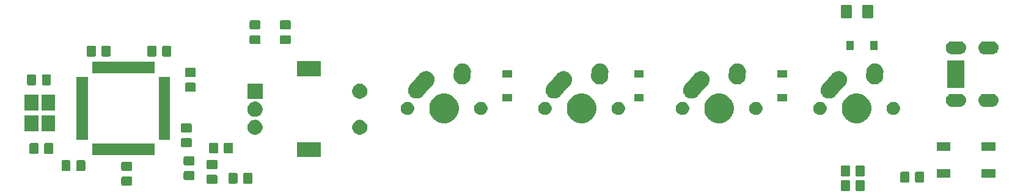
<source format=gbs>
G04 #@! TF.GenerationSoftware,KiCad,Pcbnew,(5.1.5)-3*
G04 #@! TF.CreationDate,2020-06-06T22:21:36-05:00*
G04 #@! TF.ProjectId,MacroPad,4d616372-6f50-4616-942e-6b696361645f,rev?*
G04 #@! TF.SameCoordinates,Original*
G04 #@! TF.FileFunction,Soldermask,Bot*
G04 #@! TF.FilePolarity,Negative*
%FSLAX46Y46*%
G04 Gerber Fmt 4.6, Leading zero omitted, Abs format (unit mm)*
G04 Created by KiCad (PCBNEW (5.1.5)-3) date 2020-06-06 22:21:36*
%MOMM*%
%LPD*%
G04 APERTURE LIST*
%ADD10C,0.100000*%
G04 APERTURE END LIST*
D10*
G36*
X192251674Y-107584465D02*
G01*
X192289367Y-107595899D01*
X192324103Y-107614466D01*
X192354548Y-107639452D01*
X192379534Y-107669897D01*
X192398101Y-107704633D01*
X192409535Y-107742326D01*
X192414000Y-107787661D01*
X192414000Y-108874339D01*
X192409535Y-108919674D01*
X192398101Y-108957367D01*
X192379534Y-108992103D01*
X192354548Y-109022548D01*
X192324103Y-109047534D01*
X192289367Y-109066101D01*
X192251674Y-109077535D01*
X192206339Y-109082000D01*
X191369661Y-109082000D01*
X191324326Y-109077535D01*
X191286633Y-109066101D01*
X191251897Y-109047534D01*
X191221452Y-109022548D01*
X191196466Y-108992103D01*
X191177899Y-108957367D01*
X191166465Y-108919674D01*
X191162000Y-108874339D01*
X191162000Y-107787661D01*
X191166465Y-107742326D01*
X191177899Y-107704633D01*
X191196466Y-107669897D01*
X191221452Y-107639452D01*
X191251897Y-107614466D01*
X191286633Y-107595899D01*
X191324326Y-107584465D01*
X191369661Y-107580000D01*
X192206339Y-107580000D01*
X192251674Y-107584465D01*
G37*
G36*
X190201674Y-107584465D02*
G01*
X190239367Y-107595899D01*
X190274103Y-107614466D01*
X190304548Y-107639452D01*
X190329534Y-107669897D01*
X190348101Y-107704633D01*
X190359535Y-107742326D01*
X190364000Y-107787661D01*
X190364000Y-108874339D01*
X190359535Y-108919674D01*
X190348101Y-108957367D01*
X190329534Y-108992103D01*
X190304548Y-109022548D01*
X190274103Y-109047534D01*
X190239367Y-109066101D01*
X190201674Y-109077535D01*
X190156339Y-109082000D01*
X189319661Y-109082000D01*
X189274326Y-109077535D01*
X189236633Y-109066101D01*
X189201897Y-109047534D01*
X189171452Y-109022548D01*
X189146466Y-108992103D01*
X189127899Y-108957367D01*
X189116465Y-108919674D01*
X189112000Y-108874339D01*
X189112000Y-107787661D01*
X189116465Y-107742326D01*
X189127899Y-107704633D01*
X189146466Y-107669897D01*
X189171452Y-107639452D01*
X189201897Y-107614466D01*
X189236633Y-107595899D01*
X189274326Y-107584465D01*
X189319661Y-107580000D01*
X190156339Y-107580000D01*
X190201674Y-107584465D01*
G37*
G36*
X90758674Y-107092465D02*
G01*
X90796367Y-107103899D01*
X90831103Y-107122466D01*
X90861548Y-107147452D01*
X90886534Y-107177897D01*
X90905101Y-107212633D01*
X90916535Y-107250326D01*
X90921000Y-107295661D01*
X90921000Y-108132339D01*
X90916535Y-108177674D01*
X90905101Y-108215367D01*
X90886534Y-108250103D01*
X90861548Y-108280548D01*
X90831103Y-108305534D01*
X90796367Y-108324101D01*
X90758674Y-108335535D01*
X90713339Y-108340000D01*
X89626661Y-108340000D01*
X89581326Y-108335535D01*
X89543633Y-108324101D01*
X89508897Y-108305534D01*
X89478452Y-108280548D01*
X89453466Y-108250103D01*
X89434899Y-108215367D01*
X89423465Y-108177674D01*
X89419000Y-108132339D01*
X89419000Y-107295661D01*
X89423465Y-107250326D01*
X89434899Y-107212633D01*
X89453466Y-107177897D01*
X89478452Y-107147452D01*
X89508897Y-107122466D01*
X89543633Y-107103899D01*
X89581326Y-107092465D01*
X89626661Y-107088000D01*
X90713339Y-107088000D01*
X90758674Y-107092465D01*
G37*
G36*
X102569674Y-106838465D02*
G01*
X102607367Y-106849899D01*
X102642103Y-106868466D01*
X102672548Y-106893452D01*
X102697534Y-106923897D01*
X102716101Y-106958633D01*
X102727535Y-106996326D01*
X102732000Y-107041661D01*
X102732000Y-107878339D01*
X102727535Y-107923674D01*
X102716101Y-107961367D01*
X102697534Y-107996103D01*
X102672548Y-108026548D01*
X102642103Y-108051534D01*
X102607367Y-108070101D01*
X102569674Y-108081535D01*
X102524339Y-108086000D01*
X101437661Y-108086000D01*
X101392326Y-108081535D01*
X101354633Y-108070101D01*
X101319897Y-108051534D01*
X101289452Y-108026548D01*
X101264466Y-107996103D01*
X101245899Y-107961367D01*
X101234465Y-107923674D01*
X101230000Y-107878339D01*
X101230000Y-107041661D01*
X101234465Y-106996326D01*
X101245899Y-106958633D01*
X101264466Y-106923897D01*
X101289452Y-106893452D01*
X101319897Y-106868466D01*
X101354633Y-106849899D01*
X101392326Y-106838465D01*
X101437661Y-106834000D01*
X102524339Y-106834000D01*
X102569674Y-106838465D01*
G37*
G36*
X105347674Y-106568465D02*
G01*
X105385367Y-106579899D01*
X105420103Y-106598466D01*
X105450548Y-106623452D01*
X105475534Y-106653897D01*
X105494101Y-106688633D01*
X105505535Y-106726326D01*
X105510000Y-106771661D01*
X105510000Y-107858339D01*
X105505535Y-107903674D01*
X105494101Y-107941367D01*
X105475534Y-107976103D01*
X105450548Y-108006548D01*
X105420103Y-108031534D01*
X105385367Y-108050101D01*
X105347674Y-108061535D01*
X105302339Y-108066000D01*
X104465661Y-108066000D01*
X104420326Y-108061535D01*
X104382633Y-108050101D01*
X104347897Y-108031534D01*
X104317452Y-108006548D01*
X104292466Y-107976103D01*
X104273899Y-107941367D01*
X104262465Y-107903674D01*
X104258000Y-107858339D01*
X104258000Y-106771661D01*
X104262465Y-106726326D01*
X104273899Y-106688633D01*
X104292466Y-106653897D01*
X104317452Y-106623452D01*
X104347897Y-106598466D01*
X104382633Y-106579899D01*
X104420326Y-106568465D01*
X104465661Y-106564000D01*
X105302339Y-106564000D01*
X105347674Y-106568465D01*
G37*
G36*
X107397674Y-106568465D02*
G01*
X107435367Y-106579899D01*
X107470103Y-106598466D01*
X107500548Y-106623452D01*
X107525534Y-106653897D01*
X107544101Y-106688633D01*
X107555535Y-106726326D01*
X107560000Y-106771661D01*
X107560000Y-107858339D01*
X107555535Y-107903674D01*
X107544101Y-107941367D01*
X107525534Y-107976103D01*
X107500548Y-108006548D01*
X107470103Y-108031534D01*
X107435367Y-108050101D01*
X107397674Y-108061535D01*
X107352339Y-108066000D01*
X106515661Y-108066000D01*
X106470326Y-108061535D01*
X106432633Y-108050101D01*
X106397897Y-108031534D01*
X106367452Y-108006548D01*
X106342466Y-107976103D01*
X106323899Y-107941367D01*
X106312465Y-107903674D01*
X106308000Y-107858339D01*
X106308000Y-106771661D01*
X106312465Y-106726326D01*
X106323899Y-106688633D01*
X106342466Y-106653897D01*
X106367452Y-106623452D01*
X106397897Y-106598466D01*
X106432633Y-106579899D01*
X106470326Y-106568465D01*
X106515661Y-106564000D01*
X107352339Y-106564000D01*
X107397674Y-106568465D01*
G37*
G36*
X198438674Y-106409715D02*
G01*
X198476367Y-106421149D01*
X198511103Y-106439716D01*
X198541548Y-106464702D01*
X198566534Y-106495147D01*
X198585101Y-106529883D01*
X198596535Y-106567576D01*
X198601000Y-106612911D01*
X198601000Y-107699589D01*
X198596535Y-107744924D01*
X198585101Y-107782617D01*
X198566534Y-107817353D01*
X198541548Y-107847798D01*
X198511103Y-107872784D01*
X198476367Y-107891351D01*
X198438674Y-107902785D01*
X198393339Y-107907250D01*
X197556661Y-107907250D01*
X197511326Y-107902785D01*
X197473633Y-107891351D01*
X197438897Y-107872784D01*
X197408452Y-107847798D01*
X197383466Y-107817353D01*
X197364899Y-107782617D01*
X197353465Y-107744924D01*
X197349000Y-107699589D01*
X197349000Y-106612911D01*
X197353465Y-106567576D01*
X197364899Y-106529883D01*
X197383466Y-106495147D01*
X197408452Y-106464702D01*
X197438897Y-106439716D01*
X197473633Y-106421149D01*
X197511326Y-106409715D01*
X197556661Y-106405250D01*
X198393339Y-106405250D01*
X198438674Y-106409715D01*
G37*
G36*
X200488674Y-106409715D02*
G01*
X200526367Y-106421149D01*
X200561103Y-106439716D01*
X200591548Y-106464702D01*
X200616534Y-106495147D01*
X200635101Y-106529883D01*
X200646535Y-106567576D01*
X200651000Y-106612911D01*
X200651000Y-107699589D01*
X200646535Y-107744924D01*
X200635101Y-107782617D01*
X200616534Y-107817353D01*
X200591548Y-107847798D01*
X200561103Y-107872784D01*
X200526367Y-107891351D01*
X200488674Y-107902785D01*
X200443339Y-107907250D01*
X199606661Y-107907250D01*
X199561326Y-107902785D01*
X199523633Y-107891351D01*
X199488897Y-107872784D01*
X199458452Y-107847798D01*
X199433466Y-107817353D01*
X199414899Y-107782617D01*
X199403465Y-107744924D01*
X199399000Y-107699589D01*
X199399000Y-106612911D01*
X199403465Y-106567576D01*
X199414899Y-106529883D01*
X199433466Y-106495147D01*
X199458452Y-106464702D01*
X199488897Y-106439716D01*
X199523633Y-106421149D01*
X199561326Y-106409715D01*
X199606661Y-106405250D01*
X200443339Y-106405250D01*
X200488674Y-106409715D01*
G37*
G36*
X99394674Y-106321465D02*
G01*
X99432367Y-106332899D01*
X99467103Y-106351466D01*
X99497548Y-106376452D01*
X99522534Y-106406897D01*
X99541101Y-106441633D01*
X99552535Y-106479326D01*
X99557000Y-106524661D01*
X99557000Y-107361339D01*
X99552535Y-107406674D01*
X99541101Y-107444367D01*
X99522534Y-107479103D01*
X99497548Y-107509548D01*
X99467103Y-107534534D01*
X99432367Y-107553101D01*
X99394674Y-107564535D01*
X99349339Y-107569000D01*
X98262661Y-107569000D01*
X98217326Y-107564535D01*
X98179633Y-107553101D01*
X98144897Y-107534534D01*
X98114452Y-107509548D01*
X98089466Y-107479103D01*
X98070899Y-107444367D01*
X98059465Y-107406674D01*
X98055000Y-107361339D01*
X98055000Y-106524661D01*
X98059465Y-106479326D01*
X98070899Y-106441633D01*
X98089466Y-106406897D01*
X98114452Y-106376452D01*
X98144897Y-106351466D01*
X98179633Y-106332899D01*
X98217326Y-106321465D01*
X98262661Y-106317000D01*
X99349339Y-106317000D01*
X99394674Y-106321465D01*
G37*
G36*
X204301000Y-107226000D02*
G01*
X202399000Y-107226000D01*
X202399000Y-106024000D01*
X204301000Y-106024000D01*
X204301000Y-107226000D01*
G37*
G36*
X210501000Y-107226000D02*
G01*
X208599000Y-107226000D01*
X208599000Y-106024000D01*
X210501000Y-106024000D01*
X210501000Y-107226000D01*
G37*
G36*
X192251674Y-105552465D02*
G01*
X192289367Y-105563899D01*
X192324103Y-105582466D01*
X192354548Y-105607452D01*
X192379534Y-105637897D01*
X192398101Y-105672633D01*
X192409535Y-105710326D01*
X192414000Y-105755661D01*
X192414000Y-106842339D01*
X192409535Y-106887674D01*
X192398101Y-106925367D01*
X192379534Y-106960103D01*
X192354548Y-106990548D01*
X192324103Y-107015534D01*
X192289367Y-107034101D01*
X192251674Y-107045535D01*
X192206339Y-107050000D01*
X191369661Y-107050000D01*
X191324326Y-107045535D01*
X191286633Y-107034101D01*
X191251897Y-107015534D01*
X191221452Y-106990548D01*
X191196466Y-106960103D01*
X191177899Y-106925367D01*
X191166465Y-106887674D01*
X191162000Y-106842339D01*
X191162000Y-105755661D01*
X191166465Y-105710326D01*
X191177899Y-105672633D01*
X191196466Y-105637897D01*
X191221452Y-105607452D01*
X191251897Y-105582466D01*
X191286633Y-105563899D01*
X191324326Y-105552465D01*
X191369661Y-105548000D01*
X192206339Y-105548000D01*
X192251674Y-105552465D01*
G37*
G36*
X190201674Y-105552465D02*
G01*
X190239367Y-105563899D01*
X190274103Y-105582466D01*
X190304548Y-105607452D01*
X190329534Y-105637897D01*
X190348101Y-105672633D01*
X190359535Y-105710326D01*
X190364000Y-105755661D01*
X190364000Y-106842339D01*
X190359535Y-106887674D01*
X190348101Y-106925367D01*
X190329534Y-106960103D01*
X190304548Y-106990548D01*
X190274103Y-107015534D01*
X190239367Y-107034101D01*
X190201674Y-107045535D01*
X190156339Y-107050000D01*
X189319661Y-107050000D01*
X189274326Y-107045535D01*
X189236633Y-107034101D01*
X189201897Y-107015534D01*
X189171452Y-106990548D01*
X189146466Y-106960103D01*
X189127899Y-106925367D01*
X189116465Y-106887674D01*
X189112000Y-106842339D01*
X189112000Y-105755661D01*
X189116465Y-105710326D01*
X189127899Y-105672633D01*
X189146466Y-105637897D01*
X189171452Y-105607452D01*
X189201897Y-105582466D01*
X189236633Y-105563899D01*
X189274326Y-105552465D01*
X189319661Y-105548000D01*
X190156339Y-105548000D01*
X190201674Y-105552465D01*
G37*
G36*
X84269924Y-104822215D02*
G01*
X84307617Y-104833649D01*
X84342353Y-104852216D01*
X84372798Y-104877202D01*
X84397784Y-104907647D01*
X84416351Y-104942383D01*
X84427785Y-104980076D01*
X84432250Y-105025411D01*
X84432250Y-106112089D01*
X84427785Y-106157424D01*
X84416351Y-106195117D01*
X84397784Y-106229853D01*
X84372798Y-106260298D01*
X84342353Y-106285284D01*
X84307617Y-106303851D01*
X84269924Y-106315285D01*
X84224589Y-106319750D01*
X83387911Y-106319750D01*
X83342576Y-106315285D01*
X83304883Y-106303851D01*
X83270147Y-106285284D01*
X83239702Y-106260298D01*
X83214716Y-106229853D01*
X83196149Y-106195117D01*
X83184715Y-106157424D01*
X83180250Y-106112089D01*
X83180250Y-105025411D01*
X83184715Y-104980076D01*
X83196149Y-104942383D01*
X83214716Y-104907647D01*
X83239702Y-104877202D01*
X83270147Y-104852216D01*
X83304883Y-104833649D01*
X83342576Y-104822215D01*
X83387911Y-104817750D01*
X84224589Y-104817750D01*
X84269924Y-104822215D01*
G37*
G36*
X82219924Y-104822215D02*
G01*
X82257617Y-104833649D01*
X82292353Y-104852216D01*
X82322798Y-104877202D01*
X82347784Y-104907647D01*
X82366351Y-104942383D01*
X82377785Y-104980076D01*
X82382250Y-105025411D01*
X82382250Y-106112089D01*
X82377785Y-106157424D01*
X82366351Y-106195117D01*
X82347784Y-106229853D01*
X82322798Y-106260298D01*
X82292353Y-106285284D01*
X82257617Y-106303851D01*
X82219924Y-106315285D01*
X82174589Y-106319750D01*
X81337911Y-106319750D01*
X81292576Y-106315285D01*
X81254883Y-106303851D01*
X81220147Y-106285284D01*
X81189702Y-106260298D01*
X81164716Y-106229853D01*
X81146149Y-106195117D01*
X81134715Y-106157424D01*
X81130250Y-106112089D01*
X81130250Y-105025411D01*
X81134715Y-104980076D01*
X81146149Y-104942383D01*
X81164716Y-104907647D01*
X81189702Y-104877202D01*
X81220147Y-104852216D01*
X81254883Y-104833649D01*
X81292576Y-104822215D01*
X81337911Y-104817750D01*
X82174589Y-104817750D01*
X82219924Y-104822215D01*
G37*
G36*
X90758674Y-105042465D02*
G01*
X90796367Y-105053899D01*
X90831103Y-105072466D01*
X90861548Y-105097452D01*
X90886534Y-105127897D01*
X90905101Y-105162633D01*
X90916535Y-105200326D01*
X90921000Y-105245661D01*
X90921000Y-106082339D01*
X90916535Y-106127674D01*
X90905101Y-106165367D01*
X90886534Y-106200103D01*
X90861548Y-106230548D01*
X90831103Y-106255534D01*
X90796367Y-106274101D01*
X90758674Y-106285535D01*
X90713339Y-106290000D01*
X89626661Y-106290000D01*
X89581326Y-106285535D01*
X89543633Y-106274101D01*
X89508897Y-106255534D01*
X89478452Y-106230548D01*
X89453466Y-106200103D01*
X89434899Y-106165367D01*
X89423465Y-106127674D01*
X89419000Y-106082339D01*
X89419000Y-105245661D01*
X89423465Y-105200326D01*
X89434899Y-105162633D01*
X89453466Y-105127897D01*
X89478452Y-105097452D01*
X89508897Y-105072466D01*
X89543633Y-105053899D01*
X89581326Y-105042465D01*
X89626661Y-105038000D01*
X90713339Y-105038000D01*
X90758674Y-105042465D01*
G37*
G36*
X102569674Y-104788465D02*
G01*
X102607367Y-104799899D01*
X102642103Y-104818466D01*
X102672548Y-104843452D01*
X102697534Y-104873897D01*
X102716101Y-104908633D01*
X102727535Y-104946326D01*
X102732000Y-104991661D01*
X102732000Y-105828339D01*
X102727535Y-105873674D01*
X102716101Y-105911367D01*
X102697534Y-105946103D01*
X102672548Y-105976548D01*
X102642103Y-106001534D01*
X102607367Y-106020101D01*
X102569674Y-106031535D01*
X102524339Y-106036000D01*
X101437661Y-106036000D01*
X101392326Y-106031535D01*
X101354633Y-106020101D01*
X101319897Y-106001534D01*
X101289452Y-105976548D01*
X101264466Y-105946103D01*
X101245899Y-105911367D01*
X101234465Y-105873674D01*
X101230000Y-105828339D01*
X101230000Y-104991661D01*
X101234465Y-104946326D01*
X101245899Y-104908633D01*
X101264466Y-104873897D01*
X101289452Y-104843452D01*
X101319897Y-104818466D01*
X101354633Y-104799899D01*
X101392326Y-104788465D01*
X101437661Y-104784000D01*
X102524339Y-104784000D01*
X102569674Y-104788465D01*
G37*
G36*
X99394674Y-104271465D02*
G01*
X99432367Y-104282899D01*
X99467103Y-104301466D01*
X99497548Y-104326452D01*
X99522534Y-104356897D01*
X99541101Y-104391633D01*
X99552535Y-104429326D01*
X99557000Y-104474661D01*
X99557000Y-105311339D01*
X99552535Y-105356674D01*
X99541101Y-105394367D01*
X99522534Y-105429103D01*
X99497548Y-105459548D01*
X99467103Y-105484534D01*
X99432367Y-105503101D01*
X99394674Y-105514535D01*
X99349339Y-105519000D01*
X98262661Y-105519000D01*
X98217326Y-105514535D01*
X98179633Y-105503101D01*
X98144897Y-105484534D01*
X98114452Y-105459548D01*
X98089466Y-105429103D01*
X98070899Y-105394367D01*
X98059465Y-105356674D01*
X98055000Y-105311339D01*
X98055000Y-104474661D01*
X98059465Y-104429326D01*
X98070899Y-104391633D01*
X98089466Y-104356897D01*
X98114452Y-104326452D01*
X98144897Y-104301466D01*
X98179633Y-104282899D01*
X98217326Y-104271465D01*
X98262661Y-104267000D01*
X99349339Y-104267000D01*
X99394674Y-104271465D01*
G37*
G36*
X117101000Y-104401000D02*
G01*
X113799000Y-104401000D01*
X113799000Y-102299000D01*
X117101000Y-102299000D01*
X117101000Y-104401000D01*
G37*
G36*
X94019750Y-104132250D02*
G01*
X85367750Y-104132250D01*
X85367750Y-102530250D01*
X94019750Y-102530250D01*
X94019750Y-104132250D01*
G37*
G36*
X77788674Y-102440965D02*
G01*
X77826367Y-102452399D01*
X77861103Y-102470966D01*
X77891548Y-102495952D01*
X77916534Y-102526397D01*
X77935101Y-102561133D01*
X77946535Y-102598826D01*
X77951000Y-102644161D01*
X77951000Y-103730839D01*
X77946535Y-103776174D01*
X77935101Y-103813867D01*
X77916534Y-103848603D01*
X77891548Y-103879048D01*
X77861103Y-103904034D01*
X77826367Y-103922601D01*
X77788674Y-103934035D01*
X77743339Y-103938500D01*
X76906661Y-103938500D01*
X76861326Y-103934035D01*
X76823633Y-103922601D01*
X76788897Y-103904034D01*
X76758452Y-103879048D01*
X76733466Y-103848603D01*
X76714899Y-103813867D01*
X76703465Y-103776174D01*
X76699000Y-103730839D01*
X76699000Y-102644161D01*
X76703465Y-102598826D01*
X76714899Y-102561133D01*
X76733466Y-102526397D01*
X76758452Y-102495952D01*
X76788897Y-102470966D01*
X76823633Y-102452399D01*
X76861326Y-102440965D01*
X76906661Y-102436500D01*
X77743339Y-102436500D01*
X77788674Y-102440965D01*
G37*
G36*
X79838674Y-102440965D02*
G01*
X79876367Y-102452399D01*
X79911103Y-102470966D01*
X79941548Y-102495952D01*
X79966534Y-102526397D01*
X79985101Y-102561133D01*
X79996535Y-102598826D01*
X80001000Y-102644161D01*
X80001000Y-103730839D01*
X79996535Y-103776174D01*
X79985101Y-103813867D01*
X79966534Y-103848603D01*
X79941548Y-103879048D01*
X79911103Y-103904034D01*
X79876367Y-103922601D01*
X79838674Y-103934035D01*
X79793339Y-103938500D01*
X78956661Y-103938500D01*
X78911326Y-103934035D01*
X78873633Y-103922601D01*
X78838897Y-103904034D01*
X78808452Y-103879048D01*
X78783466Y-103848603D01*
X78764899Y-103813867D01*
X78753465Y-103776174D01*
X78749000Y-103730839D01*
X78749000Y-102644161D01*
X78753465Y-102598826D01*
X78764899Y-102561133D01*
X78783466Y-102526397D01*
X78808452Y-102495952D01*
X78838897Y-102470966D01*
X78873633Y-102452399D01*
X78911326Y-102440965D01*
X78956661Y-102436500D01*
X79793339Y-102436500D01*
X79838674Y-102440965D01*
G37*
G36*
X104730674Y-102377465D02*
G01*
X104768367Y-102388899D01*
X104803103Y-102407466D01*
X104833548Y-102432452D01*
X104858534Y-102462897D01*
X104877101Y-102497633D01*
X104888535Y-102535326D01*
X104893000Y-102580661D01*
X104893000Y-103667339D01*
X104888535Y-103712674D01*
X104877101Y-103750367D01*
X104858534Y-103785103D01*
X104833548Y-103815548D01*
X104803103Y-103840534D01*
X104768367Y-103859101D01*
X104730674Y-103870535D01*
X104685339Y-103875000D01*
X103848661Y-103875000D01*
X103803326Y-103870535D01*
X103765633Y-103859101D01*
X103730897Y-103840534D01*
X103700452Y-103815548D01*
X103675466Y-103785103D01*
X103656899Y-103750367D01*
X103645465Y-103712674D01*
X103641000Y-103667339D01*
X103641000Y-102580661D01*
X103645465Y-102535326D01*
X103656899Y-102497633D01*
X103675466Y-102462897D01*
X103700452Y-102432452D01*
X103730897Y-102407466D01*
X103765633Y-102388899D01*
X103803326Y-102377465D01*
X103848661Y-102373000D01*
X104685339Y-102373000D01*
X104730674Y-102377465D01*
G37*
G36*
X102680674Y-102377465D02*
G01*
X102718367Y-102388899D01*
X102753103Y-102407466D01*
X102783548Y-102432452D01*
X102808534Y-102462897D01*
X102827101Y-102497633D01*
X102838535Y-102535326D01*
X102843000Y-102580661D01*
X102843000Y-103667339D01*
X102838535Y-103712674D01*
X102827101Y-103750367D01*
X102808534Y-103785103D01*
X102783548Y-103815548D01*
X102753103Y-103840534D01*
X102718367Y-103859101D01*
X102680674Y-103870535D01*
X102635339Y-103875000D01*
X101798661Y-103875000D01*
X101753326Y-103870535D01*
X101715633Y-103859101D01*
X101680897Y-103840534D01*
X101650452Y-103815548D01*
X101625466Y-103785103D01*
X101606899Y-103750367D01*
X101595465Y-103712674D01*
X101591000Y-103667339D01*
X101591000Y-102580661D01*
X101595465Y-102535326D01*
X101606899Y-102497633D01*
X101625466Y-102462897D01*
X101650452Y-102432452D01*
X101680897Y-102407466D01*
X101715633Y-102388899D01*
X101753326Y-102377465D01*
X101798661Y-102373000D01*
X102635339Y-102373000D01*
X102680674Y-102377465D01*
G37*
G36*
X204301000Y-103526000D02*
G01*
X202399000Y-103526000D01*
X202399000Y-102324000D01*
X204301000Y-102324000D01*
X204301000Y-103526000D01*
G37*
G36*
X210501000Y-103526000D02*
G01*
X208599000Y-103526000D01*
X208599000Y-102324000D01*
X210501000Y-102324000D01*
X210501000Y-103526000D01*
G37*
G36*
X99013674Y-101772215D02*
G01*
X99051367Y-101783649D01*
X99086103Y-101802216D01*
X99116548Y-101827202D01*
X99141534Y-101857647D01*
X99160101Y-101892383D01*
X99171535Y-101930076D01*
X99176000Y-101975411D01*
X99176000Y-102812089D01*
X99171535Y-102857424D01*
X99160101Y-102895117D01*
X99141534Y-102929853D01*
X99116548Y-102960298D01*
X99086103Y-102985284D01*
X99051367Y-103003851D01*
X99013674Y-103015285D01*
X98968339Y-103019750D01*
X97881661Y-103019750D01*
X97836326Y-103015285D01*
X97798633Y-103003851D01*
X97763897Y-102985284D01*
X97733452Y-102960298D01*
X97708466Y-102929853D01*
X97689899Y-102895117D01*
X97678465Y-102857424D01*
X97674000Y-102812089D01*
X97674000Y-101975411D01*
X97678465Y-101930076D01*
X97689899Y-101892383D01*
X97708466Y-101857647D01*
X97733452Y-101827202D01*
X97763897Y-101802216D01*
X97798633Y-101783649D01*
X97836326Y-101772215D01*
X97881661Y-101767750D01*
X98968339Y-101767750D01*
X99013674Y-101772215D01*
G37*
G36*
X96194750Y-101957250D02*
G01*
X94592750Y-101957250D01*
X94592750Y-93305250D01*
X96194750Y-93305250D01*
X96194750Y-101957250D01*
G37*
G36*
X84794750Y-101957250D02*
G01*
X83192750Y-101957250D01*
X83192750Y-93305250D01*
X84794750Y-93305250D01*
X84794750Y-101957250D01*
G37*
G36*
X122756564Y-99239389D02*
G01*
X122947833Y-99318615D01*
X122947835Y-99318616D01*
X123119973Y-99433635D01*
X123266365Y-99580027D01*
X123358389Y-99717750D01*
X123381385Y-99752167D01*
X123460611Y-99943436D01*
X123501000Y-100146484D01*
X123501000Y-100353516D01*
X123460611Y-100556564D01*
X123381385Y-100747833D01*
X123381384Y-100747835D01*
X123266365Y-100919973D01*
X123119973Y-101066365D01*
X122947835Y-101181384D01*
X122947834Y-101181385D01*
X122947833Y-101181385D01*
X122756564Y-101260611D01*
X122553516Y-101301000D01*
X122346484Y-101301000D01*
X122143436Y-101260611D01*
X121952167Y-101181385D01*
X121952166Y-101181385D01*
X121952165Y-101181384D01*
X121780027Y-101066365D01*
X121633635Y-100919973D01*
X121518616Y-100747835D01*
X121518615Y-100747833D01*
X121439389Y-100556564D01*
X121399000Y-100353516D01*
X121399000Y-100146484D01*
X121439389Y-99943436D01*
X121518615Y-99752167D01*
X121541612Y-99717750D01*
X121633635Y-99580027D01*
X121780027Y-99433635D01*
X121952165Y-99318616D01*
X121952167Y-99318615D01*
X122143436Y-99239389D01*
X122346484Y-99199000D01*
X122553516Y-99199000D01*
X122756564Y-99239389D01*
G37*
G36*
X108256564Y-99239389D02*
G01*
X108447833Y-99318615D01*
X108447835Y-99318616D01*
X108619973Y-99433635D01*
X108766365Y-99580027D01*
X108858389Y-99717750D01*
X108881385Y-99752167D01*
X108960611Y-99943436D01*
X109001000Y-100146484D01*
X109001000Y-100353516D01*
X108960611Y-100556564D01*
X108881385Y-100747833D01*
X108881384Y-100747835D01*
X108766365Y-100919973D01*
X108619973Y-101066365D01*
X108447835Y-101181384D01*
X108447834Y-101181385D01*
X108447833Y-101181385D01*
X108256564Y-101260611D01*
X108053516Y-101301000D01*
X107846484Y-101301000D01*
X107643436Y-101260611D01*
X107452167Y-101181385D01*
X107452166Y-101181385D01*
X107452165Y-101181384D01*
X107280027Y-101066365D01*
X107133635Y-100919973D01*
X107018616Y-100747835D01*
X107018615Y-100747833D01*
X106939389Y-100556564D01*
X106899000Y-100353516D01*
X106899000Y-100146484D01*
X106939389Y-99943436D01*
X107018615Y-99752167D01*
X107041612Y-99717750D01*
X107133635Y-99580027D01*
X107280027Y-99433635D01*
X107452165Y-99318616D01*
X107452167Y-99318615D01*
X107643436Y-99239389D01*
X107846484Y-99199000D01*
X108053516Y-99199000D01*
X108256564Y-99239389D01*
G37*
G36*
X99013674Y-99722215D02*
G01*
X99051367Y-99733649D01*
X99086103Y-99752216D01*
X99116548Y-99777202D01*
X99141534Y-99807647D01*
X99160101Y-99842383D01*
X99171535Y-99880076D01*
X99176000Y-99925411D01*
X99176000Y-100762089D01*
X99171535Y-100807424D01*
X99160101Y-100845117D01*
X99141534Y-100879853D01*
X99116548Y-100910298D01*
X99086103Y-100935284D01*
X99051367Y-100953851D01*
X99013674Y-100965285D01*
X98968339Y-100969750D01*
X97881661Y-100969750D01*
X97836326Y-100965285D01*
X97798633Y-100953851D01*
X97763897Y-100935284D01*
X97733452Y-100910298D01*
X97708466Y-100879853D01*
X97689899Y-100845117D01*
X97678465Y-100807424D01*
X97674000Y-100762089D01*
X97674000Y-99925411D01*
X97678465Y-99880076D01*
X97689899Y-99842383D01*
X97708466Y-99807647D01*
X97733452Y-99777202D01*
X97763897Y-99752216D01*
X97798633Y-99733649D01*
X97836326Y-99722215D01*
X97881661Y-99717750D01*
X98968339Y-99717750D01*
X99013674Y-99722215D01*
G37*
G36*
X80244750Y-100838500D02*
G01*
X78342750Y-100838500D01*
X78342750Y-98636500D01*
X80244750Y-98636500D01*
X80244750Y-100838500D01*
G37*
G36*
X77944750Y-100838500D02*
G01*
X76042750Y-100838500D01*
X76042750Y-98636500D01*
X77944750Y-98636500D01*
X77944750Y-100838500D01*
G37*
G36*
X172840224Y-95664934D02*
G01*
X173040364Y-95747835D01*
X173212373Y-95819083D01*
X173547298Y-96042873D01*
X173832127Y-96327702D01*
X174055917Y-96662627D01*
X174088312Y-96740836D01*
X174210066Y-97034776D01*
X174288650Y-97429844D01*
X174288650Y-97832656D01*
X174210066Y-98227724D01*
X174159201Y-98350522D01*
X174055917Y-98599873D01*
X173832127Y-98934798D01*
X173547298Y-99219627D01*
X173212373Y-99443417D01*
X173058224Y-99507267D01*
X172840224Y-99597566D01*
X172445156Y-99676150D01*
X172042344Y-99676150D01*
X171647276Y-99597566D01*
X171429276Y-99507267D01*
X171275127Y-99443417D01*
X170940202Y-99219627D01*
X170655373Y-98934798D01*
X170431583Y-98599873D01*
X170328299Y-98350522D01*
X170277434Y-98227724D01*
X170198850Y-97832656D01*
X170198850Y-97429844D01*
X170277434Y-97034776D01*
X170399188Y-96740836D01*
X170431583Y-96662627D01*
X170655373Y-96327702D01*
X170940202Y-96042873D01*
X171275127Y-95819083D01*
X171447136Y-95747835D01*
X171647276Y-95664934D01*
X172042344Y-95586350D01*
X172445156Y-95586350D01*
X172840224Y-95664934D01*
G37*
G36*
X134740224Y-95664934D02*
G01*
X134940364Y-95747835D01*
X135112373Y-95819083D01*
X135447298Y-96042873D01*
X135732127Y-96327702D01*
X135955917Y-96662627D01*
X135988312Y-96740836D01*
X136110066Y-97034776D01*
X136188650Y-97429844D01*
X136188650Y-97832656D01*
X136110066Y-98227724D01*
X136059201Y-98350522D01*
X135955917Y-98599873D01*
X135732127Y-98934798D01*
X135447298Y-99219627D01*
X135112373Y-99443417D01*
X134958224Y-99507267D01*
X134740224Y-99597566D01*
X134345156Y-99676150D01*
X133942344Y-99676150D01*
X133547276Y-99597566D01*
X133329276Y-99507267D01*
X133175127Y-99443417D01*
X132840202Y-99219627D01*
X132555373Y-98934798D01*
X132331583Y-98599873D01*
X132228299Y-98350522D01*
X132177434Y-98227724D01*
X132098850Y-97832656D01*
X132098850Y-97429844D01*
X132177434Y-97034776D01*
X132299188Y-96740836D01*
X132331583Y-96662627D01*
X132555373Y-96327702D01*
X132840202Y-96042873D01*
X133175127Y-95819083D01*
X133347136Y-95747835D01*
X133547276Y-95664934D01*
X133942344Y-95586350D01*
X134345156Y-95586350D01*
X134740224Y-95664934D01*
G37*
G36*
X191890224Y-95664934D02*
G01*
X192090364Y-95747835D01*
X192262373Y-95819083D01*
X192597298Y-96042873D01*
X192882127Y-96327702D01*
X193105917Y-96662627D01*
X193138312Y-96740836D01*
X193260066Y-97034776D01*
X193338650Y-97429844D01*
X193338650Y-97832656D01*
X193260066Y-98227724D01*
X193209201Y-98350522D01*
X193105917Y-98599873D01*
X192882127Y-98934798D01*
X192597298Y-99219627D01*
X192262373Y-99443417D01*
X192108224Y-99507267D01*
X191890224Y-99597566D01*
X191495156Y-99676150D01*
X191092344Y-99676150D01*
X190697276Y-99597566D01*
X190479276Y-99507267D01*
X190325127Y-99443417D01*
X189990202Y-99219627D01*
X189705373Y-98934798D01*
X189481583Y-98599873D01*
X189378299Y-98350522D01*
X189327434Y-98227724D01*
X189248850Y-97832656D01*
X189248850Y-97429844D01*
X189327434Y-97034776D01*
X189449188Y-96740836D01*
X189481583Y-96662627D01*
X189705373Y-96327702D01*
X189990202Y-96042873D01*
X190325127Y-95819083D01*
X190497136Y-95747835D01*
X190697276Y-95664934D01*
X191092344Y-95586350D01*
X191495156Y-95586350D01*
X191890224Y-95664934D01*
G37*
G36*
X153790224Y-95664934D02*
G01*
X153990364Y-95747835D01*
X154162373Y-95819083D01*
X154497298Y-96042873D01*
X154782127Y-96327702D01*
X155005917Y-96662627D01*
X155038312Y-96740836D01*
X155160066Y-97034776D01*
X155238650Y-97429844D01*
X155238650Y-97832656D01*
X155160066Y-98227724D01*
X155109201Y-98350522D01*
X155005917Y-98599873D01*
X154782127Y-98934798D01*
X154497298Y-99219627D01*
X154162373Y-99443417D01*
X154008224Y-99507267D01*
X153790224Y-99597566D01*
X153395156Y-99676150D01*
X152992344Y-99676150D01*
X152597276Y-99597566D01*
X152379276Y-99507267D01*
X152225127Y-99443417D01*
X151890202Y-99219627D01*
X151605373Y-98934798D01*
X151381583Y-98599873D01*
X151278299Y-98350522D01*
X151227434Y-98227724D01*
X151148850Y-97832656D01*
X151148850Y-97429844D01*
X151227434Y-97034776D01*
X151349188Y-96740836D01*
X151381583Y-96662627D01*
X151605373Y-96327702D01*
X151890202Y-96042873D01*
X152225127Y-95819083D01*
X152397136Y-95747835D01*
X152597276Y-95664934D01*
X152992344Y-95586350D01*
X153395156Y-95586350D01*
X153790224Y-95664934D01*
G37*
G36*
X108256564Y-96739389D02*
G01*
X108428577Y-96810639D01*
X108447835Y-96818616D01*
X108619973Y-96933635D01*
X108766365Y-97080027D01*
X108841601Y-97192625D01*
X108881385Y-97252167D01*
X108960611Y-97443436D01*
X109001000Y-97646484D01*
X109001000Y-97853516D01*
X108960611Y-98056564D01*
X108892276Y-98221540D01*
X108881384Y-98247835D01*
X108766365Y-98419973D01*
X108619973Y-98566365D01*
X108447835Y-98681384D01*
X108447834Y-98681385D01*
X108447833Y-98681385D01*
X108256564Y-98760611D01*
X108053516Y-98801000D01*
X107846484Y-98801000D01*
X107643436Y-98760611D01*
X107452167Y-98681385D01*
X107452166Y-98681385D01*
X107452165Y-98681384D01*
X107280027Y-98566365D01*
X107133635Y-98419973D01*
X107018616Y-98247835D01*
X107007724Y-98221540D01*
X106939389Y-98056564D01*
X106899000Y-97853516D01*
X106899000Y-97646484D01*
X106939389Y-97443436D01*
X107018615Y-97252167D01*
X107058400Y-97192625D01*
X107133635Y-97080027D01*
X107280027Y-96933635D01*
X107452165Y-96818616D01*
X107471423Y-96810639D01*
X107643436Y-96739389D01*
X107846484Y-96699000D01*
X108053516Y-96699000D01*
X108256564Y-96739389D01*
G37*
G36*
X139493854Y-96740835D02*
G01*
X139662376Y-96810639D01*
X139814041Y-96911978D01*
X139943022Y-97040959D01*
X140044361Y-97192624D01*
X140114165Y-97361146D01*
X140149750Y-97540047D01*
X140149750Y-97722453D01*
X140114165Y-97901354D01*
X140044361Y-98069876D01*
X139943022Y-98221541D01*
X139814041Y-98350522D01*
X139662376Y-98451861D01*
X139493854Y-98521665D01*
X139314953Y-98557250D01*
X139132547Y-98557250D01*
X138953646Y-98521665D01*
X138785124Y-98451861D01*
X138633459Y-98350522D01*
X138504478Y-98221541D01*
X138403139Y-98069876D01*
X138333335Y-97901354D01*
X138297750Y-97722453D01*
X138297750Y-97540047D01*
X138333335Y-97361146D01*
X138403139Y-97192624D01*
X138504478Y-97040959D01*
X138633459Y-96911978D01*
X138785124Y-96810639D01*
X138953646Y-96740835D01*
X139132547Y-96705250D01*
X139314953Y-96705250D01*
X139493854Y-96740835D01*
G37*
G36*
X196643854Y-96740835D02*
G01*
X196812376Y-96810639D01*
X196964041Y-96911978D01*
X197093022Y-97040959D01*
X197194361Y-97192624D01*
X197264165Y-97361146D01*
X197299750Y-97540047D01*
X197299750Y-97722453D01*
X197264165Y-97901354D01*
X197194361Y-98069876D01*
X197093022Y-98221541D01*
X196964041Y-98350522D01*
X196812376Y-98451861D01*
X196643854Y-98521665D01*
X196464953Y-98557250D01*
X196282547Y-98557250D01*
X196103646Y-98521665D01*
X195935124Y-98451861D01*
X195783459Y-98350522D01*
X195654478Y-98221541D01*
X195553139Y-98069876D01*
X195483335Y-97901354D01*
X195447750Y-97722453D01*
X195447750Y-97540047D01*
X195483335Y-97361146D01*
X195553139Y-97192624D01*
X195654478Y-97040959D01*
X195783459Y-96911978D01*
X195935124Y-96810639D01*
X196103646Y-96740835D01*
X196282547Y-96705250D01*
X196464953Y-96705250D01*
X196643854Y-96740835D01*
G37*
G36*
X186483854Y-96740835D02*
G01*
X186652376Y-96810639D01*
X186804041Y-96911978D01*
X186933022Y-97040959D01*
X187034361Y-97192624D01*
X187104165Y-97361146D01*
X187139750Y-97540047D01*
X187139750Y-97722453D01*
X187104165Y-97901354D01*
X187034361Y-98069876D01*
X186933022Y-98221541D01*
X186804041Y-98350522D01*
X186652376Y-98451861D01*
X186483854Y-98521665D01*
X186304953Y-98557250D01*
X186122547Y-98557250D01*
X185943646Y-98521665D01*
X185775124Y-98451861D01*
X185623459Y-98350522D01*
X185494478Y-98221541D01*
X185393139Y-98069876D01*
X185323335Y-97901354D01*
X185287750Y-97722453D01*
X185287750Y-97540047D01*
X185323335Y-97361146D01*
X185393139Y-97192624D01*
X185494478Y-97040959D01*
X185623459Y-96911978D01*
X185775124Y-96810639D01*
X185943646Y-96740835D01*
X186122547Y-96705250D01*
X186304953Y-96705250D01*
X186483854Y-96740835D01*
G37*
G36*
X177593854Y-96740835D02*
G01*
X177762376Y-96810639D01*
X177914041Y-96911978D01*
X178043022Y-97040959D01*
X178144361Y-97192624D01*
X178214165Y-97361146D01*
X178249750Y-97540047D01*
X178249750Y-97722453D01*
X178214165Y-97901354D01*
X178144361Y-98069876D01*
X178043022Y-98221541D01*
X177914041Y-98350522D01*
X177762376Y-98451861D01*
X177593854Y-98521665D01*
X177414953Y-98557250D01*
X177232547Y-98557250D01*
X177053646Y-98521665D01*
X176885124Y-98451861D01*
X176733459Y-98350522D01*
X176604478Y-98221541D01*
X176503139Y-98069876D01*
X176433335Y-97901354D01*
X176397750Y-97722453D01*
X176397750Y-97540047D01*
X176433335Y-97361146D01*
X176503139Y-97192624D01*
X176604478Y-97040959D01*
X176733459Y-96911978D01*
X176885124Y-96810639D01*
X177053646Y-96740835D01*
X177232547Y-96705250D01*
X177414953Y-96705250D01*
X177593854Y-96740835D01*
G37*
G36*
X148383854Y-96740835D02*
G01*
X148552376Y-96810639D01*
X148704041Y-96911978D01*
X148833022Y-97040959D01*
X148934361Y-97192624D01*
X149004165Y-97361146D01*
X149039750Y-97540047D01*
X149039750Y-97722453D01*
X149004165Y-97901354D01*
X148934361Y-98069876D01*
X148833022Y-98221541D01*
X148704041Y-98350522D01*
X148552376Y-98451861D01*
X148383854Y-98521665D01*
X148204953Y-98557250D01*
X148022547Y-98557250D01*
X147843646Y-98521665D01*
X147675124Y-98451861D01*
X147523459Y-98350522D01*
X147394478Y-98221541D01*
X147293139Y-98069876D01*
X147223335Y-97901354D01*
X147187750Y-97722453D01*
X147187750Y-97540047D01*
X147223335Y-97361146D01*
X147293139Y-97192624D01*
X147394478Y-97040959D01*
X147523459Y-96911978D01*
X147675124Y-96810639D01*
X147843646Y-96740835D01*
X148022547Y-96705250D01*
X148204953Y-96705250D01*
X148383854Y-96740835D01*
G37*
G36*
X129333854Y-96740835D02*
G01*
X129502376Y-96810639D01*
X129654041Y-96911978D01*
X129783022Y-97040959D01*
X129884361Y-97192624D01*
X129954165Y-97361146D01*
X129989750Y-97540047D01*
X129989750Y-97722453D01*
X129954165Y-97901354D01*
X129884361Y-98069876D01*
X129783022Y-98221541D01*
X129654041Y-98350522D01*
X129502376Y-98451861D01*
X129333854Y-98521665D01*
X129154953Y-98557250D01*
X128972547Y-98557250D01*
X128793646Y-98521665D01*
X128625124Y-98451861D01*
X128473459Y-98350522D01*
X128344478Y-98221541D01*
X128243139Y-98069876D01*
X128173335Y-97901354D01*
X128137750Y-97722453D01*
X128137750Y-97540047D01*
X128173335Y-97361146D01*
X128243139Y-97192624D01*
X128344478Y-97040959D01*
X128473459Y-96911978D01*
X128625124Y-96810639D01*
X128793646Y-96740835D01*
X128972547Y-96705250D01*
X129154953Y-96705250D01*
X129333854Y-96740835D01*
G37*
G36*
X158543854Y-96740835D02*
G01*
X158712376Y-96810639D01*
X158864041Y-96911978D01*
X158993022Y-97040959D01*
X159094361Y-97192624D01*
X159164165Y-97361146D01*
X159199750Y-97540047D01*
X159199750Y-97722453D01*
X159164165Y-97901354D01*
X159094361Y-98069876D01*
X158993022Y-98221541D01*
X158864041Y-98350522D01*
X158712376Y-98451861D01*
X158543854Y-98521665D01*
X158364953Y-98557250D01*
X158182547Y-98557250D01*
X158003646Y-98521665D01*
X157835124Y-98451861D01*
X157683459Y-98350522D01*
X157554478Y-98221541D01*
X157453139Y-98069876D01*
X157383335Y-97901354D01*
X157347750Y-97722453D01*
X157347750Y-97540047D01*
X157383335Y-97361146D01*
X157453139Y-97192624D01*
X157554478Y-97040959D01*
X157683459Y-96911978D01*
X157835124Y-96810639D01*
X158003646Y-96740835D01*
X158182547Y-96705250D01*
X158364953Y-96705250D01*
X158543854Y-96740835D01*
G37*
G36*
X167433854Y-96740835D02*
G01*
X167602376Y-96810639D01*
X167754041Y-96911978D01*
X167883022Y-97040959D01*
X167984361Y-97192624D01*
X168054165Y-97361146D01*
X168089750Y-97540047D01*
X168089750Y-97722453D01*
X168054165Y-97901354D01*
X167984361Y-98069876D01*
X167883022Y-98221541D01*
X167754041Y-98350522D01*
X167602376Y-98451861D01*
X167433854Y-98521665D01*
X167254953Y-98557250D01*
X167072547Y-98557250D01*
X166893646Y-98521665D01*
X166725124Y-98451861D01*
X166573459Y-98350522D01*
X166444478Y-98221541D01*
X166343139Y-98069876D01*
X166273335Y-97901354D01*
X166237750Y-97722453D01*
X166237750Y-97540047D01*
X166273335Y-97361146D01*
X166343139Y-97192624D01*
X166444478Y-97040959D01*
X166573459Y-96911978D01*
X166725124Y-96810639D01*
X166893646Y-96740835D01*
X167072547Y-96705250D01*
X167254953Y-96705250D01*
X167433854Y-96740835D01*
G37*
G36*
X80244750Y-97938500D02*
G01*
X78342750Y-97938500D01*
X78342750Y-95736500D01*
X80244750Y-95736500D01*
X80244750Y-97938500D01*
G37*
G36*
X77944750Y-97938500D02*
G01*
X76042750Y-97938500D01*
X76042750Y-95736500D01*
X77944750Y-95736500D01*
X77944750Y-97938500D01*
G37*
G36*
X210160443Y-95624269D02*
G01*
X210226627Y-95630787D01*
X210396466Y-95682307D01*
X210552991Y-95765972D01*
X210588729Y-95795302D01*
X210690186Y-95878564D01*
X210765870Y-95970787D01*
X210802778Y-96015759D01*
X210886443Y-96172284D01*
X210937963Y-96342123D01*
X210955359Y-96518750D01*
X210937963Y-96695377D01*
X210886443Y-96865216D01*
X210802778Y-97021741D01*
X210792081Y-97034775D01*
X210690186Y-97158936D01*
X210588729Y-97242198D01*
X210552991Y-97271528D01*
X210396466Y-97355193D01*
X210226627Y-97406713D01*
X210160442Y-97413232D01*
X210094260Y-97419750D01*
X209005740Y-97419750D01*
X208939558Y-97413232D01*
X208873373Y-97406713D01*
X208703534Y-97355193D01*
X208547009Y-97271528D01*
X208511271Y-97242198D01*
X208409814Y-97158936D01*
X208307919Y-97034775D01*
X208297222Y-97021741D01*
X208213557Y-96865216D01*
X208162037Y-96695377D01*
X208144641Y-96518750D01*
X208162037Y-96342123D01*
X208213557Y-96172284D01*
X208297222Y-96015759D01*
X208334130Y-95970787D01*
X208409814Y-95878564D01*
X208511271Y-95795302D01*
X208547009Y-95765972D01*
X208703534Y-95682307D01*
X208873373Y-95630787D01*
X208939557Y-95624269D01*
X209005740Y-95617750D01*
X210094260Y-95617750D01*
X210160443Y-95624269D01*
G37*
G36*
X205660443Y-95624269D02*
G01*
X205726627Y-95630787D01*
X205896466Y-95682307D01*
X206052991Y-95765972D01*
X206088729Y-95795302D01*
X206190186Y-95878564D01*
X206265870Y-95970787D01*
X206302778Y-96015759D01*
X206386443Y-96172284D01*
X206437963Y-96342123D01*
X206455359Y-96518750D01*
X206437963Y-96695377D01*
X206386443Y-96865216D01*
X206302778Y-97021741D01*
X206292081Y-97034775D01*
X206190186Y-97158936D01*
X206088729Y-97242198D01*
X206052991Y-97271528D01*
X205896466Y-97355193D01*
X205726627Y-97406713D01*
X205660442Y-97413232D01*
X205594260Y-97419750D01*
X204505740Y-97419750D01*
X204439558Y-97413232D01*
X204373373Y-97406713D01*
X204203534Y-97355193D01*
X204047009Y-97271528D01*
X204011271Y-97242198D01*
X203909814Y-97158936D01*
X203807919Y-97034775D01*
X203797222Y-97021741D01*
X203713557Y-96865216D01*
X203662037Y-96695377D01*
X203644641Y-96518750D01*
X203662037Y-96342123D01*
X203713557Y-96172284D01*
X203797222Y-96015759D01*
X203834130Y-95970787D01*
X203909814Y-95878564D01*
X204011271Y-95795302D01*
X204047009Y-95765972D01*
X204203534Y-95682307D01*
X204373373Y-95630787D01*
X204439557Y-95624269D01*
X204505740Y-95617750D01*
X205594260Y-95617750D01*
X205660443Y-95624269D01*
G37*
G36*
X143526000Y-96669750D02*
G01*
X142224000Y-96669750D01*
X142224000Y-95667750D01*
X143526000Y-95667750D01*
X143526000Y-96669750D01*
G37*
G36*
X161782250Y-96669750D02*
G01*
X160480250Y-96669750D01*
X160480250Y-95667750D01*
X161782250Y-95667750D01*
X161782250Y-96669750D01*
G37*
G36*
X181626000Y-96669750D02*
G01*
X180324000Y-96669750D01*
X180324000Y-95667750D01*
X181626000Y-95667750D01*
X181626000Y-96669750D01*
G37*
G36*
X109001000Y-96301000D02*
G01*
X106899000Y-96301000D01*
X106899000Y-94199000D01*
X109001000Y-94199000D01*
X109001000Y-96301000D01*
G37*
G36*
X122756564Y-94239389D02*
G01*
X122927370Y-94310139D01*
X122947835Y-94318616D01*
X123119973Y-94433635D01*
X123266365Y-94580027D01*
X123345681Y-94698731D01*
X123381385Y-94752167D01*
X123460611Y-94943436D01*
X123501000Y-95146484D01*
X123501000Y-95353516D01*
X123460611Y-95556564D01*
X123408526Y-95682308D01*
X123381384Y-95747835D01*
X123266365Y-95919973D01*
X123119973Y-96066365D01*
X122947835Y-96181384D01*
X122947834Y-96181385D01*
X122947833Y-96181385D01*
X122756564Y-96260611D01*
X122553516Y-96301000D01*
X122346484Y-96301000D01*
X122143436Y-96260611D01*
X121952167Y-96181385D01*
X121952166Y-96181385D01*
X121952165Y-96181384D01*
X121780027Y-96066365D01*
X121633635Y-95919973D01*
X121518616Y-95747835D01*
X121491474Y-95682308D01*
X121439389Y-95556564D01*
X121399000Y-95353516D01*
X121399000Y-95146484D01*
X121439389Y-94943436D01*
X121518615Y-94752167D01*
X121554320Y-94698731D01*
X121633635Y-94580027D01*
X121780027Y-94433635D01*
X121952165Y-94318616D01*
X121972630Y-94310139D01*
X122143436Y-94239389D01*
X122346484Y-94199000D01*
X122553516Y-94199000D01*
X122756564Y-94239389D01*
G37*
G36*
X169766955Y-92455131D02*
G01*
X169772395Y-92455250D01*
X169859578Y-92455250D01*
X169875847Y-92458486D01*
X169894706Y-92460765D01*
X169911282Y-92461496D01*
X169995973Y-92482260D01*
X170001268Y-92483434D01*
X170086777Y-92500443D01*
X170102112Y-92506795D01*
X170120151Y-92512705D01*
X170136271Y-92516657D01*
X170215254Y-92553530D01*
X170220244Y-92555727D01*
X170300795Y-92589092D01*
X170314591Y-92598310D01*
X170331143Y-92607632D01*
X170346176Y-92614650D01*
X170416444Y-92666221D01*
X170420942Y-92669372D01*
X170493406Y-92717791D01*
X170505133Y-92729518D01*
X170519559Y-92741898D01*
X170532929Y-92751711D01*
X170532930Y-92751712D01*
X170591771Y-92815983D01*
X170595579Y-92819964D01*
X170657209Y-92881594D01*
X170666424Y-92895385D01*
X170678146Y-92910328D01*
X170689355Y-92922571D01*
X170734549Y-92997124D01*
X170737496Y-93001751D01*
X170785908Y-93074205D01*
X170792255Y-93089527D01*
X170800842Y-93106481D01*
X170809441Y-93120667D01*
X170839228Y-93202618D01*
X170841202Y-93207698D01*
X170874557Y-93288223D01*
X170874557Y-93288224D01*
X170877791Y-93304483D01*
X170882908Y-93322792D01*
X170888575Y-93338384D01*
X170901805Y-93424595D01*
X170902751Y-93429963D01*
X170919750Y-93515423D01*
X170919750Y-93532002D01*
X170921194Y-93550942D01*
X170923713Y-93567354D01*
X170919870Y-93654499D01*
X170919750Y-93659939D01*
X170919750Y-93747075D01*
X170916516Y-93763333D01*
X170914238Y-93782191D01*
X170913506Y-93798781D01*
X170892738Y-93883487D01*
X170891562Y-93888787D01*
X170874557Y-93974277D01*
X170868207Y-93989607D01*
X170862299Y-94007643D01*
X170858345Y-94023770D01*
X170821461Y-94102776D01*
X170819261Y-94107773D01*
X170785908Y-94188295D01*
X170776694Y-94202085D01*
X170767372Y-94218637D01*
X170760352Y-94233674D01*
X170708761Y-94303970D01*
X170705616Y-94308460D01*
X170657211Y-94380904D01*
X170600210Y-94437905D01*
X170595561Y-94442813D01*
X170180634Y-94905250D01*
X169270473Y-95919626D01*
X169142429Y-96036852D01*
X169043380Y-96096896D01*
X168944333Y-96156939D01*
X168726616Y-96236073D01*
X168497645Y-96271211D01*
X168266220Y-96261004D01*
X168041231Y-96205843D01*
X167936477Y-96156939D01*
X167831329Y-96107852D01*
X167734588Y-96036852D01*
X167644573Y-95970789D01*
X167560140Y-95878564D01*
X167488148Y-95799929D01*
X167416845Y-95682307D01*
X167368061Y-95601833D01*
X167288927Y-95384116D01*
X167253789Y-95155145D01*
X167263996Y-94923720D01*
X167319157Y-94698731D01*
X167374574Y-94580027D01*
X167417148Y-94488830D01*
X167417150Y-94488827D01*
X167519864Y-94348872D01*
X168274995Y-93507277D01*
X168806537Y-92914871D01*
X168817431Y-92900839D01*
X168830289Y-92881596D01*
X168887323Y-92824562D01*
X168891973Y-92819653D01*
X168907028Y-92802874D01*
X168928451Y-92783261D01*
X168932432Y-92779453D01*
X168994096Y-92717789D01*
X169007893Y-92708570D01*
X169022852Y-92696835D01*
X169035071Y-92685648D01*
X169067135Y-92666211D01*
X169109580Y-92640481D01*
X169114171Y-92637558D01*
X169186705Y-92589092D01*
X169202050Y-92582736D01*
X169218998Y-92574151D01*
X169233166Y-92565562D01*
X169233167Y-92565562D01*
X169233168Y-92565561D01*
X169315062Y-92535795D01*
X169320160Y-92533813D01*
X169400723Y-92500443D01*
X169417002Y-92497205D01*
X169435292Y-92492094D01*
X169450885Y-92486427D01*
X169537050Y-92473204D01*
X169542413Y-92472259D01*
X169627923Y-92455250D01*
X169644516Y-92455250D01*
X169663459Y-92453805D01*
X169679856Y-92451289D01*
X169766955Y-92455131D01*
G37*
G36*
X188816955Y-92455131D02*
G01*
X188822395Y-92455250D01*
X188909578Y-92455250D01*
X188925847Y-92458486D01*
X188944706Y-92460765D01*
X188961282Y-92461496D01*
X189045973Y-92482260D01*
X189051268Y-92483434D01*
X189136777Y-92500443D01*
X189152112Y-92506795D01*
X189170151Y-92512705D01*
X189186271Y-92516657D01*
X189265254Y-92553530D01*
X189270244Y-92555727D01*
X189350795Y-92589092D01*
X189364591Y-92598310D01*
X189381143Y-92607632D01*
X189396176Y-92614650D01*
X189466444Y-92666221D01*
X189470942Y-92669372D01*
X189543406Y-92717791D01*
X189555133Y-92729518D01*
X189569559Y-92741898D01*
X189582929Y-92751711D01*
X189582930Y-92751712D01*
X189641771Y-92815983D01*
X189645579Y-92819964D01*
X189707209Y-92881594D01*
X189716424Y-92895385D01*
X189728146Y-92910328D01*
X189739355Y-92922571D01*
X189784549Y-92997124D01*
X189787496Y-93001751D01*
X189835908Y-93074205D01*
X189842255Y-93089527D01*
X189850842Y-93106481D01*
X189859441Y-93120667D01*
X189889228Y-93202618D01*
X189891202Y-93207698D01*
X189924557Y-93288223D01*
X189924557Y-93288224D01*
X189927791Y-93304483D01*
X189932908Y-93322792D01*
X189938575Y-93338384D01*
X189951805Y-93424595D01*
X189952751Y-93429963D01*
X189969750Y-93515423D01*
X189969750Y-93532002D01*
X189971194Y-93550942D01*
X189973713Y-93567354D01*
X189969870Y-93654499D01*
X189969750Y-93659939D01*
X189969750Y-93747075D01*
X189966516Y-93763333D01*
X189964238Y-93782191D01*
X189963506Y-93798781D01*
X189942738Y-93883487D01*
X189941562Y-93888787D01*
X189924557Y-93974277D01*
X189918207Y-93989607D01*
X189912299Y-94007643D01*
X189908345Y-94023770D01*
X189871461Y-94102776D01*
X189869261Y-94107773D01*
X189835908Y-94188295D01*
X189826694Y-94202085D01*
X189817372Y-94218637D01*
X189810352Y-94233674D01*
X189758761Y-94303970D01*
X189755616Y-94308460D01*
X189707211Y-94380904D01*
X189650210Y-94437905D01*
X189645561Y-94442813D01*
X189230634Y-94905250D01*
X188320473Y-95919626D01*
X188192429Y-96036852D01*
X188093380Y-96096896D01*
X187994333Y-96156939D01*
X187776616Y-96236073D01*
X187547645Y-96271211D01*
X187316220Y-96261004D01*
X187091231Y-96205843D01*
X186986477Y-96156939D01*
X186881329Y-96107852D01*
X186784588Y-96036852D01*
X186694573Y-95970789D01*
X186610140Y-95878564D01*
X186538148Y-95799929D01*
X186466845Y-95682307D01*
X186418061Y-95601833D01*
X186338927Y-95384116D01*
X186303789Y-95155145D01*
X186313996Y-94923720D01*
X186369157Y-94698731D01*
X186424574Y-94580027D01*
X186467148Y-94488830D01*
X186467150Y-94488827D01*
X186569864Y-94348872D01*
X187324995Y-93507277D01*
X187856537Y-92914871D01*
X187867431Y-92900839D01*
X187880289Y-92881596D01*
X187937323Y-92824562D01*
X187941973Y-92819653D01*
X187957028Y-92802874D01*
X187978451Y-92783261D01*
X187982432Y-92779453D01*
X188044096Y-92717789D01*
X188057893Y-92708570D01*
X188072852Y-92696835D01*
X188085071Y-92685648D01*
X188117135Y-92666211D01*
X188159580Y-92640481D01*
X188164171Y-92637558D01*
X188236705Y-92589092D01*
X188252050Y-92582736D01*
X188268998Y-92574151D01*
X188283166Y-92565562D01*
X188283167Y-92565562D01*
X188283168Y-92565561D01*
X188365062Y-92535795D01*
X188370160Y-92533813D01*
X188450723Y-92500443D01*
X188467002Y-92497205D01*
X188485292Y-92492094D01*
X188500885Y-92486427D01*
X188587050Y-92473204D01*
X188592413Y-92472259D01*
X188677923Y-92455250D01*
X188694516Y-92455250D01*
X188713459Y-92453805D01*
X188729856Y-92451289D01*
X188816955Y-92455131D01*
G37*
G36*
X131666955Y-92455131D02*
G01*
X131672395Y-92455250D01*
X131759578Y-92455250D01*
X131775847Y-92458486D01*
X131794706Y-92460765D01*
X131811282Y-92461496D01*
X131895973Y-92482260D01*
X131901268Y-92483434D01*
X131986777Y-92500443D01*
X132002112Y-92506795D01*
X132020151Y-92512705D01*
X132036271Y-92516657D01*
X132115254Y-92553530D01*
X132120244Y-92555727D01*
X132200795Y-92589092D01*
X132214591Y-92598310D01*
X132231143Y-92607632D01*
X132246176Y-92614650D01*
X132316444Y-92666221D01*
X132320942Y-92669372D01*
X132393406Y-92717791D01*
X132405133Y-92729518D01*
X132419559Y-92741898D01*
X132432929Y-92751711D01*
X132432930Y-92751712D01*
X132491771Y-92815983D01*
X132495579Y-92819964D01*
X132557209Y-92881594D01*
X132566424Y-92895385D01*
X132578146Y-92910328D01*
X132589355Y-92922571D01*
X132634549Y-92997124D01*
X132637496Y-93001751D01*
X132685908Y-93074205D01*
X132692255Y-93089527D01*
X132700842Y-93106481D01*
X132709441Y-93120667D01*
X132739228Y-93202618D01*
X132741202Y-93207698D01*
X132774557Y-93288223D01*
X132774557Y-93288224D01*
X132777791Y-93304483D01*
X132782908Y-93322792D01*
X132788575Y-93338384D01*
X132801805Y-93424595D01*
X132802751Y-93429963D01*
X132819750Y-93515423D01*
X132819750Y-93532002D01*
X132821194Y-93550942D01*
X132823713Y-93567354D01*
X132819870Y-93654499D01*
X132819750Y-93659939D01*
X132819750Y-93747075D01*
X132816516Y-93763333D01*
X132814238Y-93782191D01*
X132813506Y-93798781D01*
X132792738Y-93883487D01*
X132791562Y-93888787D01*
X132774557Y-93974277D01*
X132768207Y-93989607D01*
X132762299Y-94007643D01*
X132758345Y-94023770D01*
X132721461Y-94102776D01*
X132719261Y-94107773D01*
X132685908Y-94188295D01*
X132676694Y-94202085D01*
X132667372Y-94218637D01*
X132660352Y-94233674D01*
X132608761Y-94303970D01*
X132605616Y-94308460D01*
X132557211Y-94380904D01*
X132500210Y-94437905D01*
X132495561Y-94442813D01*
X132080634Y-94905250D01*
X131170473Y-95919626D01*
X131042429Y-96036852D01*
X130943380Y-96096896D01*
X130844333Y-96156939D01*
X130626616Y-96236073D01*
X130397645Y-96271211D01*
X130166220Y-96261004D01*
X129941231Y-96205843D01*
X129836477Y-96156939D01*
X129731329Y-96107852D01*
X129634588Y-96036852D01*
X129544573Y-95970789D01*
X129460140Y-95878564D01*
X129388148Y-95799929D01*
X129316845Y-95682307D01*
X129268061Y-95601833D01*
X129188927Y-95384116D01*
X129153789Y-95155145D01*
X129163996Y-94923720D01*
X129219157Y-94698731D01*
X129274574Y-94580027D01*
X129317148Y-94488830D01*
X129317150Y-94488827D01*
X129419864Y-94348872D01*
X130174995Y-93507277D01*
X130706537Y-92914871D01*
X130717431Y-92900839D01*
X130730289Y-92881596D01*
X130787323Y-92824562D01*
X130791973Y-92819653D01*
X130807028Y-92802874D01*
X130828451Y-92783261D01*
X130832432Y-92779453D01*
X130894096Y-92717789D01*
X130907893Y-92708570D01*
X130922852Y-92696835D01*
X130935071Y-92685648D01*
X130967135Y-92666211D01*
X131009580Y-92640481D01*
X131014171Y-92637558D01*
X131086705Y-92589092D01*
X131102050Y-92582736D01*
X131118998Y-92574151D01*
X131133166Y-92565562D01*
X131133167Y-92565562D01*
X131133168Y-92565561D01*
X131215062Y-92535795D01*
X131220160Y-92533813D01*
X131300723Y-92500443D01*
X131317002Y-92497205D01*
X131335292Y-92492094D01*
X131350885Y-92486427D01*
X131437050Y-92473204D01*
X131442413Y-92472259D01*
X131527923Y-92455250D01*
X131544516Y-92455250D01*
X131563459Y-92453805D01*
X131579856Y-92451289D01*
X131666955Y-92455131D01*
G37*
G36*
X150716955Y-92455131D02*
G01*
X150722395Y-92455250D01*
X150809578Y-92455250D01*
X150825847Y-92458486D01*
X150844706Y-92460765D01*
X150861282Y-92461496D01*
X150945973Y-92482260D01*
X150951268Y-92483434D01*
X151036777Y-92500443D01*
X151052112Y-92506795D01*
X151070151Y-92512705D01*
X151086271Y-92516657D01*
X151165254Y-92553530D01*
X151170244Y-92555727D01*
X151250795Y-92589092D01*
X151264591Y-92598310D01*
X151281143Y-92607632D01*
X151296176Y-92614650D01*
X151366444Y-92666221D01*
X151370942Y-92669372D01*
X151443406Y-92717791D01*
X151455133Y-92729518D01*
X151469559Y-92741898D01*
X151482929Y-92751711D01*
X151482930Y-92751712D01*
X151541771Y-92815983D01*
X151545579Y-92819964D01*
X151607209Y-92881594D01*
X151616424Y-92895385D01*
X151628146Y-92910328D01*
X151639355Y-92922571D01*
X151684549Y-92997124D01*
X151687496Y-93001751D01*
X151735908Y-93074205D01*
X151742255Y-93089527D01*
X151750842Y-93106481D01*
X151759441Y-93120667D01*
X151789228Y-93202618D01*
X151791202Y-93207698D01*
X151824557Y-93288223D01*
X151824557Y-93288224D01*
X151827791Y-93304483D01*
X151832908Y-93322792D01*
X151838575Y-93338384D01*
X151851805Y-93424595D01*
X151852751Y-93429963D01*
X151869750Y-93515423D01*
X151869750Y-93532002D01*
X151871194Y-93550942D01*
X151873713Y-93567354D01*
X151869870Y-93654499D01*
X151869750Y-93659939D01*
X151869750Y-93747075D01*
X151866516Y-93763333D01*
X151864238Y-93782191D01*
X151863506Y-93798781D01*
X151842738Y-93883487D01*
X151841562Y-93888787D01*
X151824557Y-93974277D01*
X151818207Y-93989607D01*
X151812299Y-94007643D01*
X151808345Y-94023770D01*
X151771461Y-94102776D01*
X151769261Y-94107773D01*
X151735908Y-94188295D01*
X151726694Y-94202085D01*
X151717372Y-94218637D01*
X151710352Y-94233674D01*
X151658761Y-94303970D01*
X151655616Y-94308460D01*
X151607211Y-94380904D01*
X151550210Y-94437905D01*
X151545561Y-94442813D01*
X151130634Y-94905250D01*
X150220473Y-95919626D01*
X150092429Y-96036852D01*
X149993380Y-96096896D01*
X149894333Y-96156939D01*
X149676616Y-96236073D01*
X149447645Y-96271211D01*
X149216220Y-96261004D01*
X148991231Y-96205843D01*
X148886477Y-96156939D01*
X148781329Y-96107852D01*
X148684588Y-96036852D01*
X148594573Y-95970789D01*
X148510140Y-95878564D01*
X148438148Y-95799929D01*
X148366845Y-95682307D01*
X148318061Y-95601833D01*
X148238927Y-95384116D01*
X148203789Y-95155145D01*
X148213996Y-94923720D01*
X148269157Y-94698731D01*
X148324574Y-94580027D01*
X148367148Y-94488830D01*
X148367150Y-94488827D01*
X148469864Y-94348872D01*
X149224995Y-93507277D01*
X149756537Y-92914871D01*
X149767431Y-92900839D01*
X149780289Y-92881596D01*
X149837323Y-92824562D01*
X149841973Y-92819653D01*
X149857028Y-92802874D01*
X149878451Y-92783261D01*
X149882432Y-92779453D01*
X149944096Y-92717789D01*
X149957893Y-92708570D01*
X149972852Y-92696835D01*
X149985071Y-92685648D01*
X150017135Y-92666211D01*
X150059580Y-92640481D01*
X150064171Y-92637558D01*
X150136705Y-92589092D01*
X150152050Y-92582736D01*
X150168998Y-92574151D01*
X150183166Y-92565562D01*
X150183167Y-92565562D01*
X150183168Y-92565561D01*
X150265062Y-92535795D01*
X150270160Y-92533813D01*
X150350723Y-92500443D01*
X150367002Y-92497205D01*
X150385292Y-92492094D01*
X150400885Y-92486427D01*
X150487050Y-92473204D01*
X150492413Y-92472259D01*
X150577923Y-92455250D01*
X150594516Y-92455250D01*
X150613459Y-92453805D01*
X150629856Y-92451289D01*
X150716955Y-92455131D01*
G37*
G36*
X99576174Y-94065965D02*
G01*
X99613867Y-94077399D01*
X99648603Y-94095966D01*
X99679048Y-94120952D01*
X99704034Y-94151397D01*
X99722601Y-94186133D01*
X99734035Y-94223826D01*
X99738500Y-94269161D01*
X99738500Y-95105839D01*
X99734035Y-95151174D01*
X99722601Y-95188867D01*
X99704034Y-95223603D01*
X99679048Y-95254048D01*
X99648603Y-95279034D01*
X99613867Y-95297601D01*
X99576174Y-95309035D01*
X99530839Y-95313500D01*
X98444161Y-95313500D01*
X98398826Y-95309035D01*
X98361133Y-95297601D01*
X98326397Y-95279034D01*
X98295952Y-95254048D01*
X98270966Y-95223603D01*
X98252399Y-95188867D01*
X98240965Y-95151174D01*
X98236500Y-95105839D01*
X98236500Y-94269161D01*
X98240965Y-94223826D01*
X98252399Y-94186133D01*
X98270966Y-94151397D01*
X98295952Y-94120952D01*
X98326397Y-94095966D01*
X98361133Y-94077399D01*
X98398826Y-94065965D01*
X98444161Y-94061500D01*
X99530839Y-94061500D01*
X99576174Y-94065965D01*
G37*
G36*
X206226000Y-94769750D02*
G01*
X203874000Y-94769750D01*
X203874000Y-90967750D01*
X206226000Y-90967750D01*
X206226000Y-94769750D01*
G37*
G36*
X77457424Y-92915965D02*
G01*
X77495117Y-92927399D01*
X77529853Y-92945966D01*
X77560298Y-92970952D01*
X77585284Y-93001397D01*
X77603851Y-93036133D01*
X77615285Y-93073826D01*
X77619750Y-93119161D01*
X77619750Y-94205839D01*
X77615285Y-94251174D01*
X77603851Y-94288867D01*
X77585284Y-94323603D01*
X77560298Y-94354048D01*
X77529853Y-94379034D01*
X77495117Y-94397601D01*
X77457424Y-94409035D01*
X77412089Y-94413500D01*
X76575411Y-94413500D01*
X76530076Y-94409035D01*
X76492383Y-94397601D01*
X76457647Y-94379034D01*
X76427202Y-94354048D01*
X76402216Y-94323603D01*
X76383649Y-94288867D01*
X76372215Y-94251174D01*
X76367750Y-94205839D01*
X76367750Y-93119161D01*
X76372215Y-93073826D01*
X76383649Y-93036133D01*
X76402216Y-93001397D01*
X76427202Y-92970952D01*
X76457647Y-92945966D01*
X76492383Y-92927399D01*
X76530076Y-92915965D01*
X76575411Y-92911500D01*
X77412089Y-92911500D01*
X77457424Y-92915965D01*
G37*
G36*
X79507424Y-92915965D02*
G01*
X79545117Y-92927399D01*
X79579853Y-92945966D01*
X79610298Y-92970952D01*
X79635284Y-93001397D01*
X79653851Y-93036133D01*
X79665285Y-93073826D01*
X79669750Y-93119161D01*
X79669750Y-94205839D01*
X79665285Y-94251174D01*
X79653851Y-94288867D01*
X79635284Y-94323603D01*
X79610298Y-94354048D01*
X79579853Y-94379034D01*
X79545117Y-94397601D01*
X79507424Y-94409035D01*
X79462089Y-94413500D01*
X78625411Y-94413500D01*
X78580076Y-94409035D01*
X78542383Y-94397601D01*
X78507647Y-94379034D01*
X78477202Y-94354048D01*
X78452216Y-94323603D01*
X78433649Y-94288867D01*
X78422215Y-94251174D01*
X78417750Y-94205839D01*
X78417750Y-93119161D01*
X78422215Y-93073826D01*
X78433649Y-93036133D01*
X78452216Y-93001397D01*
X78477202Y-92970952D01*
X78507647Y-92945966D01*
X78542383Y-92927399D01*
X78580076Y-92915965D01*
X78625411Y-92911500D01*
X79462089Y-92911500D01*
X79507424Y-92915965D01*
G37*
G36*
X193921877Y-91373511D02*
G01*
X193942650Y-91375250D01*
X193949577Y-91375250D01*
X194044504Y-91394132D01*
X194048098Y-91394792D01*
X194143480Y-91410874D01*
X194149953Y-91413335D01*
X194169978Y-91419091D01*
X194176777Y-91420443D01*
X194239164Y-91446284D01*
X194266193Y-91457480D01*
X194269594Y-91458831D01*
X194360005Y-91493211D01*
X194365877Y-91496890D01*
X194384386Y-91506437D01*
X194390795Y-91509092D01*
X194471313Y-91562892D01*
X194474304Y-91564828D01*
X194556307Y-91616209D01*
X194561334Y-91620950D01*
X194577646Y-91633941D01*
X194583402Y-91637787D01*
X194651860Y-91706245D01*
X194654439Y-91708749D01*
X194724840Y-91775139D01*
X194728845Y-91780769D01*
X194742309Y-91796694D01*
X194747209Y-91801594D01*
X194800994Y-91882089D01*
X194803041Y-91885057D01*
X194859130Y-91963895D01*
X194861964Y-91970208D01*
X194872058Y-91988443D01*
X194875908Y-91994205D01*
X194912970Y-92083680D01*
X194914374Y-92086935D01*
X194954015Y-92175223D01*
X194955565Y-92181975D01*
X194961902Y-92201812D01*
X194964557Y-92208223D01*
X194983442Y-92303167D01*
X194984188Y-92306651D01*
X195005848Y-92401001D01*
X195005848Y-92401004D01*
X195006050Y-92407904D01*
X195008397Y-92428620D01*
X195009750Y-92435424D01*
X195009750Y-92532236D01*
X195009803Y-92535834D01*
X195010938Y-92574527D01*
X195010045Y-92587475D01*
X195009750Y-92596047D01*
X195009750Y-92667076D01*
X195003831Y-92696835D01*
X195003354Y-92699229D01*
X195001250Y-92715000D01*
X194962988Y-93269795D01*
X194934126Y-93440980D01*
X194851788Y-93657505D01*
X194728791Y-93853807D01*
X194569861Y-94022340D01*
X194381105Y-94156630D01*
X194169777Y-94251515D01*
X193943999Y-94303348D01*
X193712448Y-94310139D01*
X193712447Y-94310139D01*
X193666762Y-94302436D01*
X193484020Y-94271626D01*
X193267495Y-94189288D01*
X193071193Y-94066291D01*
X192902660Y-93907361D01*
X192768370Y-93718605D01*
X192673485Y-93507277D01*
X192621652Y-93281499D01*
X192616562Y-93107973D01*
X192657454Y-92515044D01*
X192657750Y-92506446D01*
X192657750Y-92435425D01*
X192664597Y-92401001D01*
X192676638Y-92340469D01*
X192677294Y-92336895D01*
X192682981Y-92303167D01*
X192693374Y-92241520D01*
X192695835Y-92235049D01*
X192701592Y-92215017D01*
X192702943Y-92208224D01*
X192705593Y-92201826D01*
X192740014Y-92118726D01*
X192741303Y-92115480D01*
X192775712Y-92024995D01*
X192779386Y-92019131D01*
X192788937Y-92000615D01*
X192791592Y-91994205D01*
X192845407Y-91913665D01*
X192847327Y-91910699D01*
X192898709Y-91828693D01*
X192903461Y-91823654D01*
X192916439Y-91807357D01*
X192920287Y-91801598D01*
X192988743Y-91733142D01*
X192991296Y-91730512D01*
X193011773Y-91708798D01*
X193057639Y-91660160D01*
X193063271Y-91656153D01*
X193079197Y-91642688D01*
X193084096Y-91637789D01*
X193164574Y-91584016D01*
X193167556Y-91581960D01*
X193246395Y-91525870D01*
X193252705Y-91523037D01*
X193270944Y-91512941D01*
X193276701Y-91509094D01*
X193276704Y-91509093D01*
X193276705Y-91509092D01*
X193366179Y-91472031D01*
X193369437Y-91470625D01*
X193457723Y-91430985D01*
X193464475Y-91429435D01*
X193484312Y-91423098D01*
X193490723Y-91420443D01*
X193585649Y-91401561D01*
X193589196Y-91400801D01*
X193683501Y-91379151D01*
X193685880Y-91379081D01*
X193690415Y-91378948D01*
X193711131Y-91376601D01*
X193717924Y-91375250D01*
X193814709Y-91375250D01*
X193818334Y-91375197D01*
X193915052Y-91372360D01*
X193921877Y-91373511D01*
G37*
G36*
X136771877Y-91373511D02*
G01*
X136792650Y-91375250D01*
X136799577Y-91375250D01*
X136894504Y-91394132D01*
X136898098Y-91394792D01*
X136993480Y-91410874D01*
X136999953Y-91413335D01*
X137019978Y-91419091D01*
X137026777Y-91420443D01*
X137089164Y-91446284D01*
X137116193Y-91457480D01*
X137119594Y-91458831D01*
X137210005Y-91493211D01*
X137215877Y-91496890D01*
X137234386Y-91506437D01*
X137240795Y-91509092D01*
X137321313Y-91562892D01*
X137324304Y-91564828D01*
X137406307Y-91616209D01*
X137411334Y-91620950D01*
X137427646Y-91633941D01*
X137433402Y-91637787D01*
X137501860Y-91706245D01*
X137504439Y-91708749D01*
X137574840Y-91775139D01*
X137578845Y-91780769D01*
X137592309Y-91796694D01*
X137597209Y-91801594D01*
X137650994Y-91882089D01*
X137653041Y-91885057D01*
X137709130Y-91963895D01*
X137711964Y-91970208D01*
X137722058Y-91988443D01*
X137725908Y-91994205D01*
X137762970Y-92083680D01*
X137764374Y-92086935D01*
X137804015Y-92175223D01*
X137805565Y-92181975D01*
X137811902Y-92201812D01*
X137814557Y-92208223D01*
X137833442Y-92303167D01*
X137834188Y-92306651D01*
X137855848Y-92401001D01*
X137855848Y-92401004D01*
X137856050Y-92407904D01*
X137858397Y-92428620D01*
X137859750Y-92435424D01*
X137859750Y-92532236D01*
X137859803Y-92535834D01*
X137860938Y-92574527D01*
X137860045Y-92587475D01*
X137859750Y-92596047D01*
X137859750Y-92667076D01*
X137853831Y-92696835D01*
X137853354Y-92699229D01*
X137851250Y-92715000D01*
X137812988Y-93269795D01*
X137784126Y-93440980D01*
X137701788Y-93657505D01*
X137578791Y-93853807D01*
X137419861Y-94022340D01*
X137231105Y-94156630D01*
X137019777Y-94251515D01*
X136793999Y-94303348D01*
X136562448Y-94310139D01*
X136562447Y-94310139D01*
X136516762Y-94302436D01*
X136334020Y-94271626D01*
X136117495Y-94189288D01*
X135921193Y-94066291D01*
X135752660Y-93907361D01*
X135618370Y-93718605D01*
X135523485Y-93507277D01*
X135471652Y-93281499D01*
X135466562Y-93107973D01*
X135507454Y-92515044D01*
X135507750Y-92506446D01*
X135507750Y-92435425D01*
X135514597Y-92401001D01*
X135526638Y-92340469D01*
X135527294Y-92336895D01*
X135532981Y-92303167D01*
X135543374Y-92241520D01*
X135545835Y-92235049D01*
X135551592Y-92215017D01*
X135552943Y-92208224D01*
X135555593Y-92201826D01*
X135590014Y-92118726D01*
X135591303Y-92115480D01*
X135625712Y-92024995D01*
X135629386Y-92019131D01*
X135638937Y-92000615D01*
X135641592Y-91994205D01*
X135695407Y-91913665D01*
X135697327Y-91910699D01*
X135748709Y-91828693D01*
X135753461Y-91823654D01*
X135766439Y-91807357D01*
X135770287Y-91801598D01*
X135838743Y-91733142D01*
X135841296Y-91730512D01*
X135861773Y-91708798D01*
X135907639Y-91660160D01*
X135913271Y-91656153D01*
X135929197Y-91642688D01*
X135934096Y-91637789D01*
X136014574Y-91584016D01*
X136017556Y-91581960D01*
X136096395Y-91525870D01*
X136102705Y-91523037D01*
X136120944Y-91512941D01*
X136126701Y-91509094D01*
X136126704Y-91509093D01*
X136126705Y-91509092D01*
X136216179Y-91472031D01*
X136219437Y-91470625D01*
X136307723Y-91430985D01*
X136314475Y-91429435D01*
X136334312Y-91423098D01*
X136340723Y-91420443D01*
X136435649Y-91401561D01*
X136439196Y-91400801D01*
X136533501Y-91379151D01*
X136535880Y-91379081D01*
X136540415Y-91378948D01*
X136561131Y-91376601D01*
X136567924Y-91375250D01*
X136664709Y-91375250D01*
X136668334Y-91375197D01*
X136765052Y-91372360D01*
X136771877Y-91373511D01*
G37*
G36*
X174871877Y-91373511D02*
G01*
X174892650Y-91375250D01*
X174899577Y-91375250D01*
X174994504Y-91394132D01*
X174998098Y-91394792D01*
X175093480Y-91410874D01*
X175099953Y-91413335D01*
X175119978Y-91419091D01*
X175126777Y-91420443D01*
X175189164Y-91446284D01*
X175216193Y-91457480D01*
X175219594Y-91458831D01*
X175310005Y-91493211D01*
X175315877Y-91496890D01*
X175334386Y-91506437D01*
X175340795Y-91509092D01*
X175421313Y-91562892D01*
X175424304Y-91564828D01*
X175506307Y-91616209D01*
X175511334Y-91620950D01*
X175527646Y-91633941D01*
X175533402Y-91637787D01*
X175601860Y-91706245D01*
X175604439Y-91708749D01*
X175674840Y-91775139D01*
X175678845Y-91780769D01*
X175692309Y-91796694D01*
X175697209Y-91801594D01*
X175750994Y-91882089D01*
X175753041Y-91885057D01*
X175809130Y-91963895D01*
X175811964Y-91970208D01*
X175822058Y-91988443D01*
X175825908Y-91994205D01*
X175862970Y-92083680D01*
X175864374Y-92086935D01*
X175904015Y-92175223D01*
X175905565Y-92181975D01*
X175911902Y-92201812D01*
X175914557Y-92208223D01*
X175933442Y-92303167D01*
X175934188Y-92306651D01*
X175955848Y-92401001D01*
X175955848Y-92401004D01*
X175956050Y-92407904D01*
X175958397Y-92428620D01*
X175959750Y-92435424D01*
X175959750Y-92532236D01*
X175959803Y-92535834D01*
X175960938Y-92574527D01*
X175960045Y-92587475D01*
X175959750Y-92596047D01*
X175959750Y-92667076D01*
X175953831Y-92696835D01*
X175953354Y-92699229D01*
X175951250Y-92715000D01*
X175912988Y-93269795D01*
X175884126Y-93440980D01*
X175801788Y-93657505D01*
X175678791Y-93853807D01*
X175519861Y-94022340D01*
X175331105Y-94156630D01*
X175119777Y-94251515D01*
X174893999Y-94303348D01*
X174662448Y-94310139D01*
X174662447Y-94310139D01*
X174616762Y-94302436D01*
X174434020Y-94271626D01*
X174217495Y-94189288D01*
X174021193Y-94066291D01*
X173852660Y-93907361D01*
X173718370Y-93718605D01*
X173623485Y-93507277D01*
X173571652Y-93281499D01*
X173566562Y-93107973D01*
X173607454Y-92515044D01*
X173607750Y-92506446D01*
X173607750Y-92435425D01*
X173614597Y-92401001D01*
X173626638Y-92340469D01*
X173627294Y-92336895D01*
X173632981Y-92303167D01*
X173643374Y-92241520D01*
X173645835Y-92235049D01*
X173651592Y-92215017D01*
X173652943Y-92208224D01*
X173655593Y-92201826D01*
X173690014Y-92118726D01*
X173691303Y-92115480D01*
X173725712Y-92024995D01*
X173729386Y-92019131D01*
X173738937Y-92000615D01*
X173741592Y-91994205D01*
X173795407Y-91913665D01*
X173797327Y-91910699D01*
X173848709Y-91828693D01*
X173853461Y-91823654D01*
X173866439Y-91807357D01*
X173870287Y-91801598D01*
X173938743Y-91733142D01*
X173941296Y-91730512D01*
X173961773Y-91708798D01*
X174007639Y-91660160D01*
X174013271Y-91656153D01*
X174029197Y-91642688D01*
X174034096Y-91637789D01*
X174114574Y-91584016D01*
X174117556Y-91581960D01*
X174196395Y-91525870D01*
X174202705Y-91523037D01*
X174220944Y-91512941D01*
X174226701Y-91509094D01*
X174226704Y-91509093D01*
X174226705Y-91509092D01*
X174316179Y-91472031D01*
X174319437Y-91470625D01*
X174407723Y-91430985D01*
X174414475Y-91429435D01*
X174434312Y-91423098D01*
X174440723Y-91420443D01*
X174535649Y-91401561D01*
X174539196Y-91400801D01*
X174633501Y-91379151D01*
X174635880Y-91379081D01*
X174640415Y-91378948D01*
X174661131Y-91376601D01*
X174667924Y-91375250D01*
X174764709Y-91375250D01*
X174768334Y-91375197D01*
X174865052Y-91372360D01*
X174871877Y-91373511D01*
G37*
G36*
X155821877Y-91373511D02*
G01*
X155842650Y-91375250D01*
X155849577Y-91375250D01*
X155944504Y-91394132D01*
X155948098Y-91394792D01*
X156043480Y-91410874D01*
X156049953Y-91413335D01*
X156069978Y-91419091D01*
X156076777Y-91420443D01*
X156139164Y-91446284D01*
X156166193Y-91457480D01*
X156169594Y-91458831D01*
X156260005Y-91493211D01*
X156265877Y-91496890D01*
X156284386Y-91506437D01*
X156290795Y-91509092D01*
X156371313Y-91562892D01*
X156374304Y-91564828D01*
X156456307Y-91616209D01*
X156461334Y-91620950D01*
X156477646Y-91633941D01*
X156483402Y-91637787D01*
X156551860Y-91706245D01*
X156554439Y-91708749D01*
X156624840Y-91775139D01*
X156628845Y-91780769D01*
X156642309Y-91796694D01*
X156647209Y-91801594D01*
X156700994Y-91882089D01*
X156703041Y-91885057D01*
X156759130Y-91963895D01*
X156761964Y-91970208D01*
X156772058Y-91988443D01*
X156775908Y-91994205D01*
X156812970Y-92083680D01*
X156814374Y-92086935D01*
X156854015Y-92175223D01*
X156855565Y-92181975D01*
X156861902Y-92201812D01*
X156864557Y-92208223D01*
X156883442Y-92303167D01*
X156884188Y-92306651D01*
X156905848Y-92401001D01*
X156905848Y-92401004D01*
X156906050Y-92407904D01*
X156908397Y-92428620D01*
X156909750Y-92435424D01*
X156909750Y-92532236D01*
X156909803Y-92535834D01*
X156910938Y-92574527D01*
X156910045Y-92587475D01*
X156909750Y-92596047D01*
X156909750Y-92667076D01*
X156903831Y-92696835D01*
X156903354Y-92699229D01*
X156901250Y-92715000D01*
X156862988Y-93269795D01*
X156834126Y-93440980D01*
X156751788Y-93657505D01*
X156628791Y-93853807D01*
X156469861Y-94022340D01*
X156281105Y-94156630D01*
X156069777Y-94251515D01*
X155843999Y-94303348D01*
X155612448Y-94310139D01*
X155612447Y-94310139D01*
X155566762Y-94302436D01*
X155384020Y-94271626D01*
X155167495Y-94189288D01*
X154971193Y-94066291D01*
X154802660Y-93907361D01*
X154668370Y-93718605D01*
X154573485Y-93507277D01*
X154521652Y-93281499D01*
X154516562Y-93107973D01*
X154557454Y-92515044D01*
X154557750Y-92506446D01*
X154557750Y-92435425D01*
X154564597Y-92401001D01*
X154576638Y-92340469D01*
X154577294Y-92336895D01*
X154582981Y-92303167D01*
X154593374Y-92241520D01*
X154595835Y-92235049D01*
X154601592Y-92215017D01*
X154602943Y-92208224D01*
X154605593Y-92201826D01*
X154640014Y-92118726D01*
X154641303Y-92115480D01*
X154675712Y-92024995D01*
X154679386Y-92019131D01*
X154688937Y-92000615D01*
X154691592Y-91994205D01*
X154745407Y-91913665D01*
X154747327Y-91910699D01*
X154798709Y-91828693D01*
X154803461Y-91823654D01*
X154816439Y-91807357D01*
X154820287Y-91801598D01*
X154888743Y-91733142D01*
X154891296Y-91730512D01*
X154911773Y-91708798D01*
X154957639Y-91660160D01*
X154963271Y-91656153D01*
X154979197Y-91642688D01*
X154984096Y-91637789D01*
X155064574Y-91584016D01*
X155067556Y-91581960D01*
X155146395Y-91525870D01*
X155152705Y-91523037D01*
X155170944Y-91512941D01*
X155176701Y-91509094D01*
X155176704Y-91509093D01*
X155176705Y-91509092D01*
X155266179Y-91472031D01*
X155269437Y-91470625D01*
X155357723Y-91430985D01*
X155364475Y-91429435D01*
X155384312Y-91423098D01*
X155390723Y-91420443D01*
X155485649Y-91401561D01*
X155489196Y-91400801D01*
X155583501Y-91379151D01*
X155585880Y-91379081D01*
X155590415Y-91378948D01*
X155611131Y-91376601D01*
X155617924Y-91375250D01*
X155714709Y-91375250D01*
X155718334Y-91375197D01*
X155815052Y-91372360D01*
X155821877Y-91373511D01*
G37*
G36*
X181626000Y-93369750D02*
G01*
X180324000Y-93369750D01*
X180324000Y-92367750D01*
X181626000Y-92367750D01*
X181626000Y-93369750D01*
G37*
G36*
X143526000Y-93369750D02*
G01*
X142224000Y-93369750D01*
X142224000Y-92367750D01*
X143526000Y-92367750D01*
X143526000Y-93369750D01*
G37*
G36*
X161782250Y-93369750D02*
G01*
X160480250Y-93369750D01*
X160480250Y-92367750D01*
X161782250Y-92367750D01*
X161782250Y-93369750D01*
G37*
G36*
X99576174Y-92015965D02*
G01*
X99613867Y-92027399D01*
X99648603Y-92045966D01*
X99679048Y-92070952D01*
X99704034Y-92101397D01*
X99722601Y-92136133D01*
X99734035Y-92173826D01*
X99738500Y-92219161D01*
X99738500Y-93055839D01*
X99734035Y-93101174D01*
X99722601Y-93138867D01*
X99704034Y-93173603D01*
X99679048Y-93204048D01*
X99648603Y-93229034D01*
X99613867Y-93247601D01*
X99576174Y-93259035D01*
X99530839Y-93263500D01*
X98444161Y-93263500D01*
X98398826Y-93259035D01*
X98361133Y-93247601D01*
X98326397Y-93229034D01*
X98295952Y-93204048D01*
X98270966Y-93173603D01*
X98252399Y-93138867D01*
X98240965Y-93101174D01*
X98236500Y-93055839D01*
X98236500Y-92219161D01*
X98240965Y-92173826D01*
X98252399Y-92136133D01*
X98270966Y-92101397D01*
X98295952Y-92070952D01*
X98326397Y-92045966D01*
X98361133Y-92027399D01*
X98398826Y-92015965D01*
X98444161Y-92011500D01*
X99530839Y-92011500D01*
X99576174Y-92015965D01*
G37*
G36*
X117101000Y-93201000D02*
G01*
X113799000Y-93201000D01*
X113799000Y-91099000D01*
X117101000Y-91099000D01*
X117101000Y-93201000D01*
G37*
G36*
X94019750Y-92732250D02*
G01*
X85367750Y-92732250D01*
X85367750Y-91130250D01*
X94019750Y-91130250D01*
X94019750Y-92732250D01*
G37*
G36*
X85726174Y-88947215D02*
G01*
X85763867Y-88958649D01*
X85798603Y-88977216D01*
X85829048Y-89002202D01*
X85854034Y-89032647D01*
X85872601Y-89067383D01*
X85884035Y-89105076D01*
X85888500Y-89150411D01*
X85888500Y-90237089D01*
X85884035Y-90282424D01*
X85872601Y-90320117D01*
X85854034Y-90354853D01*
X85829048Y-90385298D01*
X85798603Y-90410284D01*
X85763867Y-90428851D01*
X85726174Y-90440285D01*
X85680839Y-90444750D01*
X84844161Y-90444750D01*
X84798826Y-90440285D01*
X84761133Y-90428851D01*
X84726397Y-90410284D01*
X84695952Y-90385298D01*
X84670966Y-90354853D01*
X84652399Y-90320117D01*
X84640965Y-90282424D01*
X84636500Y-90237089D01*
X84636500Y-89150411D01*
X84640965Y-89105076D01*
X84652399Y-89067383D01*
X84670966Y-89032647D01*
X84695952Y-89002202D01*
X84726397Y-88977216D01*
X84761133Y-88958649D01*
X84798826Y-88947215D01*
X84844161Y-88942750D01*
X85680839Y-88942750D01*
X85726174Y-88947215D01*
G37*
G36*
X87776174Y-88947215D02*
G01*
X87813867Y-88958649D01*
X87848603Y-88977216D01*
X87879048Y-89002202D01*
X87904034Y-89032647D01*
X87922601Y-89067383D01*
X87934035Y-89105076D01*
X87938500Y-89150411D01*
X87938500Y-90237089D01*
X87934035Y-90282424D01*
X87922601Y-90320117D01*
X87904034Y-90354853D01*
X87879048Y-90385298D01*
X87848603Y-90410284D01*
X87813867Y-90428851D01*
X87776174Y-90440285D01*
X87730839Y-90444750D01*
X86894161Y-90444750D01*
X86848826Y-90440285D01*
X86811133Y-90428851D01*
X86776397Y-90410284D01*
X86745952Y-90385298D01*
X86720966Y-90354853D01*
X86702399Y-90320117D01*
X86690965Y-90282424D01*
X86686500Y-90237089D01*
X86686500Y-89150411D01*
X86690965Y-89105076D01*
X86702399Y-89067383D01*
X86720966Y-89032647D01*
X86745952Y-89002202D01*
X86776397Y-88977216D01*
X86811133Y-88958649D01*
X86848826Y-88947215D01*
X86894161Y-88942750D01*
X87730839Y-88942750D01*
X87776174Y-88947215D01*
G37*
G36*
X96176174Y-88947215D02*
G01*
X96213867Y-88958649D01*
X96248603Y-88977216D01*
X96279048Y-89002202D01*
X96304034Y-89032647D01*
X96322601Y-89067383D01*
X96334035Y-89105076D01*
X96338500Y-89150411D01*
X96338500Y-90237089D01*
X96334035Y-90282424D01*
X96322601Y-90320117D01*
X96304034Y-90354853D01*
X96279048Y-90385298D01*
X96248603Y-90410284D01*
X96213867Y-90428851D01*
X96176174Y-90440285D01*
X96130839Y-90444750D01*
X95294161Y-90444750D01*
X95248826Y-90440285D01*
X95211133Y-90428851D01*
X95176397Y-90410284D01*
X95145952Y-90385298D01*
X95120966Y-90354853D01*
X95102399Y-90320117D01*
X95090965Y-90282424D01*
X95086500Y-90237089D01*
X95086500Y-89150411D01*
X95090965Y-89105076D01*
X95102399Y-89067383D01*
X95120966Y-89032647D01*
X95145952Y-89002202D01*
X95176397Y-88977216D01*
X95211133Y-88958649D01*
X95248826Y-88947215D01*
X95294161Y-88942750D01*
X96130839Y-88942750D01*
X96176174Y-88947215D01*
G37*
G36*
X94126174Y-88947215D02*
G01*
X94163867Y-88958649D01*
X94198603Y-88977216D01*
X94229048Y-89002202D01*
X94254034Y-89032647D01*
X94272601Y-89067383D01*
X94284035Y-89105076D01*
X94288500Y-89150411D01*
X94288500Y-90237089D01*
X94284035Y-90282424D01*
X94272601Y-90320117D01*
X94254034Y-90354853D01*
X94229048Y-90385298D01*
X94198603Y-90410284D01*
X94163867Y-90428851D01*
X94126174Y-90440285D01*
X94080839Y-90444750D01*
X93244161Y-90444750D01*
X93198826Y-90440285D01*
X93161133Y-90428851D01*
X93126397Y-90410284D01*
X93095952Y-90385298D01*
X93070966Y-90354853D01*
X93052399Y-90320117D01*
X93040965Y-90282424D01*
X93036500Y-90237089D01*
X93036500Y-89150411D01*
X93040965Y-89105076D01*
X93052399Y-89067383D01*
X93070966Y-89032647D01*
X93095952Y-89002202D01*
X93126397Y-88977216D01*
X93161133Y-88958649D01*
X93198826Y-88947215D01*
X93244161Y-88942750D01*
X94080839Y-88942750D01*
X94126174Y-88947215D01*
G37*
G36*
X205660443Y-88324269D02*
G01*
X205726627Y-88330787D01*
X205896466Y-88382307D01*
X206052991Y-88465972D01*
X206088729Y-88495302D01*
X206190186Y-88578564D01*
X206250889Y-88652532D01*
X206302778Y-88715759D01*
X206386443Y-88872284D01*
X206437963Y-89042123D01*
X206455359Y-89218750D01*
X206437963Y-89395377D01*
X206386443Y-89565216D01*
X206302778Y-89721741D01*
X206273448Y-89757479D01*
X206190186Y-89858936D01*
X206088729Y-89942198D01*
X206052991Y-89971528D01*
X205896466Y-90055193D01*
X205726627Y-90106713D01*
X205660443Y-90113231D01*
X205594260Y-90119750D01*
X204505740Y-90119750D01*
X204439557Y-90113231D01*
X204373373Y-90106713D01*
X204203534Y-90055193D01*
X204047009Y-89971528D01*
X204011271Y-89942198D01*
X203909814Y-89858936D01*
X203826552Y-89757479D01*
X203797222Y-89721741D01*
X203713557Y-89565216D01*
X203662037Y-89395377D01*
X203644641Y-89218750D01*
X203662037Y-89042123D01*
X203713557Y-88872284D01*
X203797222Y-88715759D01*
X203849111Y-88652532D01*
X203909814Y-88578564D01*
X204011271Y-88495302D01*
X204047009Y-88465972D01*
X204203534Y-88382307D01*
X204373373Y-88330787D01*
X204439558Y-88324268D01*
X204505740Y-88317750D01*
X205594260Y-88317750D01*
X205660443Y-88324269D01*
G37*
G36*
X210160443Y-88324269D02*
G01*
X210226627Y-88330787D01*
X210396466Y-88382307D01*
X210552991Y-88465972D01*
X210588729Y-88495302D01*
X210690186Y-88578564D01*
X210750889Y-88652532D01*
X210802778Y-88715759D01*
X210886443Y-88872284D01*
X210937963Y-89042123D01*
X210955359Y-89218750D01*
X210937963Y-89395377D01*
X210886443Y-89565216D01*
X210802778Y-89721741D01*
X210773448Y-89757479D01*
X210690186Y-89858936D01*
X210588729Y-89942198D01*
X210552991Y-89971528D01*
X210396466Y-90055193D01*
X210226627Y-90106713D01*
X210160443Y-90113231D01*
X210094260Y-90119750D01*
X209005740Y-90119750D01*
X208939557Y-90113231D01*
X208873373Y-90106713D01*
X208703534Y-90055193D01*
X208547009Y-89971528D01*
X208511271Y-89942198D01*
X208409814Y-89858936D01*
X208326552Y-89757479D01*
X208297222Y-89721741D01*
X208213557Y-89565216D01*
X208162037Y-89395377D01*
X208144641Y-89218750D01*
X208162037Y-89042123D01*
X208213557Y-88872284D01*
X208297222Y-88715759D01*
X208349111Y-88652532D01*
X208409814Y-88578564D01*
X208511271Y-88495302D01*
X208547009Y-88465972D01*
X208703534Y-88382307D01*
X208873373Y-88330787D01*
X208939558Y-88324268D01*
X209005740Y-88317750D01*
X210094260Y-88317750D01*
X210160443Y-88324269D01*
G37*
G36*
X194176000Y-89551000D02*
G01*
X193174000Y-89551000D01*
X193174000Y-88249000D01*
X194176000Y-88249000D01*
X194176000Y-89551000D01*
G37*
G36*
X190876000Y-89551000D02*
G01*
X189874000Y-89551000D01*
X189874000Y-88249000D01*
X190876000Y-88249000D01*
X190876000Y-89551000D01*
G37*
G36*
X108538674Y-87484715D02*
G01*
X108576367Y-87496149D01*
X108611103Y-87514716D01*
X108641548Y-87539702D01*
X108666534Y-87570147D01*
X108685101Y-87604883D01*
X108696535Y-87642576D01*
X108701000Y-87687911D01*
X108701000Y-88524589D01*
X108696535Y-88569924D01*
X108685101Y-88607617D01*
X108666534Y-88642353D01*
X108641548Y-88672798D01*
X108611103Y-88697784D01*
X108576367Y-88716351D01*
X108538674Y-88727785D01*
X108493339Y-88732250D01*
X107406661Y-88732250D01*
X107361326Y-88727785D01*
X107323633Y-88716351D01*
X107288897Y-88697784D01*
X107258452Y-88672798D01*
X107233466Y-88642353D01*
X107214899Y-88607617D01*
X107203465Y-88569924D01*
X107199000Y-88524589D01*
X107199000Y-87687911D01*
X107203465Y-87642576D01*
X107214899Y-87604883D01*
X107233466Y-87570147D01*
X107258452Y-87539702D01*
X107288897Y-87514716D01*
X107323633Y-87496149D01*
X107361326Y-87484715D01*
X107406661Y-87480250D01*
X108493339Y-87480250D01*
X108538674Y-87484715D01*
G37*
G36*
X112738674Y-87484715D02*
G01*
X112776367Y-87496149D01*
X112811103Y-87514716D01*
X112841548Y-87539702D01*
X112866534Y-87570147D01*
X112885101Y-87604883D01*
X112896535Y-87642576D01*
X112901000Y-87687911D01*
X112901000Y-88524589D01*
X112896535Y-88569924D01*
X112885101Y-88607617D01*
X112866534Y-88642353D01*
X112841548Y-88672798D01*
X112811103Y-88697784D01*
X112776367Y-88716351D01*
X112738674Y-88727785D01*
X112693339Y-88732250D01*
X111606661Y-88732250D01*
X111561326Y-88727785D01*
X111523633Y-88716351D01*
X111488897Y-88697784D01*
X111458452Y-88672798D01*
X111433466Y-88642353D01*
X111414899Y-88607617D01*
X111403465Y-88569924D01*
X111399000Y-88524589D01*
X111399000Y-87687911D01*
X111403465Y-87642576D01*
X111414899Y-87604883D01*
X111433466Y-87570147D01*
X111458452Y-87539702D01*
X111488897Y-87514716D01*
X111523633Y-87496149D01*
X111561326Y-87484715D01*
X111606661Y-87480250D01*
X112693339Y-87480250D01*
X112738674Y-87484715D01*
G37*
G36*
X112738674Y-85434715D02*
G01*
X112776367Y-85446149D01*
X112811103Y-85464716D01*
X112841548Y-85489702D01*
X112866534Y-85520147D01*
X112885101Y-85554883D01*
X112896535Y-85592576D01*
X112901000Y-85637911D01*
X112901000Y-86474589D01*
X112896535Y-86519924D01*
X112885101Y-86557617D01*
X112866534Y-86592353D01*
X112841548Y-86622798D01*
X112811103Y-86647784D01*
X112776367Y-86666351D01*
X112738674Y-86677785D01*
X112693339Y-86682250D01*
X111606661Y-86682250D01*
X111561326Y-86677785D01*
X111523633Y-86666351D01*
X111488897Y-86647784D01*
X111458452Y-86622798D01*
X111433466Y-86592353D01*
X111414899Y-86557617D01*
X111403465Y-86519924D01*
X111399000Y-86474589D01*
X111399000Y-85637911D01*
X111403465Y-85592576D01*
X111414899Y-85554883D01*
X111433466Y-85520147D01*
X111458452Y-85489702D01*
X111488897Y-85464716D01*
X111523633Y-85446149D01*
X111561326Y-85434715D01*
X111606661Y-85430250D01*
X112693339Y-85430250D01*
X112738674Y-85434715D01*
G37*
G36*
X108538674Y-85434715D02*
G01*
X108576367Y-85446149D01*
X108611103Y-85464716D01*
X108641548Y-85489702D01*
X108666534Y-85520147D01*
X108685101Y-85554883D01*
X108696535Y-85592576D01*
X108701000Y-85637911D01*
X108701000Y-86474589D01*
X108696535Y-86519924D01*
X108685101Y-86557617D01*
X108666534Y-86592353D01*
X108641548Y-86622798D01*
X108611103Y-86647784D01*
X108576367Y-86666351D01*
X108538674Y-86677785D01*
X108493339Y-86682250D01*
X107406661Y-86682250D01*
X107361326Y-86677785D01*
X107323633Y-86666351D01*
X107288897Y-86647784D01*
X107258452Y-86622798D01*
X107233466Y-86592353D01*
X107214899Y-86557617D01*
X107203465Y-86519924D01*
X107199000Y-86474589D01*
X107199000Y-85637911D01*
X107203465Y-85592576D01*
X107214899Y-85554883D01*
X107233466Y-85520147D01*
X107258452Y-85489702D01*
X107288897Y-85464716D01*
X107323633Y-85446149D01*
X107361326Y-85434715D01*
X107406661Y-85430250D01*
X108493339Y-85430250D01*
X108538674Y-85434715D01*
G37*
G36*
X190478062Y-83279181D02*
G01*
X190512981Y-83289774D01*
X190545163Y-83306976D01*
X190573373Y-83330127D01*
X190596524Y-83358337D01*
X190613726Y-83390519D01*
X190624319Y-83425438D01*
X190628500Y-83467895D01*
X190628500Y-84934105D01*
X190624319Y-84976562D01*
X190613726Y-85011481D01*
X190596524Y-85043663D01*
X190573373Y-85071873D01*
X190545163Y-85095024D01*
X190512981Y-85112226D01*
X190478062Y-85122819D01*
X190435605Y-85127000D01*
X189294395Y-85127000D01*
X189251938Y-85122819D01*
X189217019Y-85112226D01*
X189184837Y-85095024D01*
X189156627Y-85071873D01*
X189133476Y-85043663D01*
X189116274Y-85011481D01*
X189105681Y-84976562D01*
X189101500Y-84934105D01*
X189101500Y-83467895D01*
X189105681Y-83425438D01*
X189116274Y-83390519D01*
X189133476Y-83358337D01*
X189156627Y-83330127D01*
X189184837Y-83306976D01*
X189217019Y-83289774D01*
X189251938Y-83279181D01*
X189294395Y-83275000D01*
X190435605Y-83275000D01*
X190478062Y-83279181D01*
G37*
G36*
X193453062Y-83279181D02*
G01*
X193487981Y-83289774D01*
X193520163Y-83306976D01*
X193548373Y-83330127D01*
X193571524Y-83358337D01*
X193588726Y-83390519D01*
X193599319Y-83425438D01*
X193603500Y-83467895D01*
X193603500Y-84934105D01*
X193599319Y-84976562D01*
X193588726Y-85011481D01*
X193571524Y-85043663D01*
X193548373Y-85071873D01*
X193520163Y-85095024D01*
X193487981Y-85112226D01*
X193453062Y-85122819D01*
X193410605Y-85127000D01*
X192269395Y-85127000D01*
X192226938Y-85122819D01*
X192192019Y-85112226D01*
X192159837Y-85095024D01*
X192131627Y-85071873D01*
X192108476Y-85043663D01*
X192091274Y-85011481D01*
X192080681Y-84976562D01*
X192076500Y-84934105D01*
X192076500Y-83467895D01*
X192080681Y-83425438D01*
X192091274Y-83390519D01*
X192108476Y-83358337D01*
X192131627Y-83330127D01*
X192159837Y-83306976D01*
X192192019Y-83289774D01*
X192226938Y-83279181D01*
X192269395Y-83275000D01*
X193410605Y-83275000D01*
X193453062Y-83279181D01*
G37*
M02*

</source>
